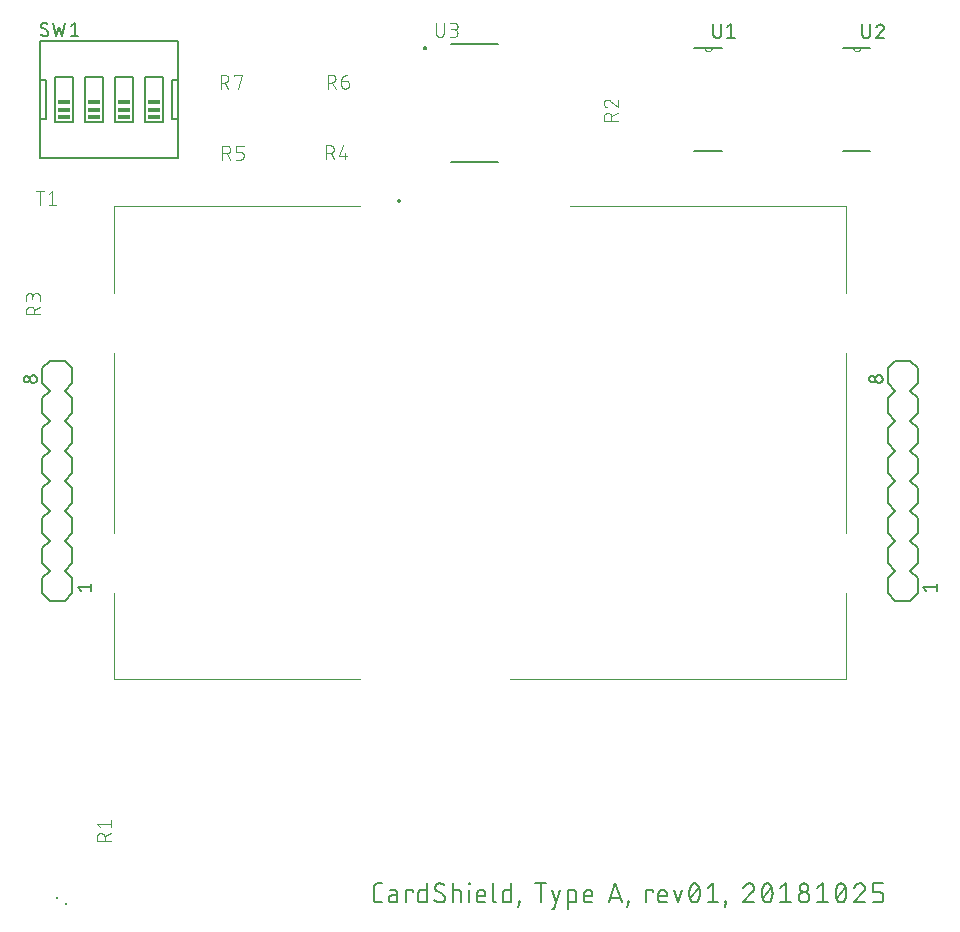
<source format=gbr>
G04 EAGLE Gerber RS-274X export*
G75*
%MOMM*%
%FSLAX34Y34*%
%LPD*%
%INSilkscreen Top*%
%IPPOS*%
%AMOC8*
5,1,8,0,0,1.08239X$1,22.5*%
G01*
%ADD10C,0.152400*%
%ADD11C,0.100000*%
%ADD12C,0.100000*%
%ADD13C,0.250000*%
%ADD14R,0.200000X0.200000*%
%ADD15C,0.101600*%
%ADD16C,0.127000*%
%ADD17R,1.016000X0.381000*%
%ADD18C,0.000000*%
%ADD19C,0.200000*%


D10*
X327987Y220762D02*
X324374Y220762D01*
X324256Y220764D01*
X324138Y220770D01*
X324020Y220779D01*
X323903Y220793D01*
X323786Y220810D01*
X323669Y220831D01*
X323554Y220856D01*
X323439Y220885D01*
X323325Y220918D01*
X323213Y220954D01*
X323102Y220994D01*
X322992Y221037D01*
X322883Y221084D01*
X322776Y221134D01*
X322671Y221189D01*
X322568Y221246D01*
X322467Y221307D01*
X322367Y221371D01*
X322270Y221438D01*
X322175Y221508D01*
X322083Y221582D01*
X321992Y221658D01*
X321905Y221738D01*
X321820Y221820D01*
X321738Y221905D01*
X321658Y221992D01*
X321582Y222083D01*
X321508Y222175D01*
X321438Y222270D01*
X321371Y222367D01*
X321307Y222467D01*
X321246Y222568D01*
X321189Y222671D01*
X321134Y222776D01*
X321084Y222883D01*
X321037Y222992D01*
X320994Y223102D01*
X320954Y223213D01*
X320918Y223325D01*
X320885Y223439D01*
X320856Y223554D01*
X320831Y223669D01*
X320810Y223786D01*
X320793Y223903D01*
X320779Y224020D01*
X320770Y224138D01*
X320764Y224256D01*
X320762Y224374D01*
X320762Y233406D01*
X320764Y233524D01*
X320770Y233642D01*
X320779Y233760D01*
X320793Y233877D01*
X320810Y233994D01*
X320831Y234111D01*
X320856Y234226D01*
X320885Y234341D01*
X320918Y234455D01*
X320954Y234567D01*
X320994Y234678D01*
X321037Y234788D01*
X321084Y234897D01*
X321134Y235004D01*
X321188Y235109D01*
X321246Y235212D01*
X321307Y235313D01*
X321371Y235413D01*
X321438Y235510D01*
X321508Y235605D01*
X321582Y235697D01*
X321658Y235788D01*
X321738Y235875D01*
X321820Y235960D01*
X321905Y236042D01*
X321992Y236122D01*
X322083Y236198D01*
X322175Y236272D01*
X322270Y236342D01*
X322367Y236409D01*
X322467Y236473D01*
X322568Y236534D01*
X322671Y236591D01*
X322776Y236645D01*
X322883Y236696D01*
X322992Y236743D01*
X323102Y236786D01*
X323213Y236826D01*
X323325Y236862D01*
X323439Y236895D01*
X323554Y236924D01*
X323669Y236949D01*
X323786Y236970D01*
X323903Y236987D01*
X324020Y237001D01*
X324138Y237010D01*
X324256Y237016D01*
X324374Y237018D01*
X327987Y237018D01*
X336776Y227084D02*
X340840Y227084D01*
X336776Y227084D02*
X336664Y227082D01*
X336553Y227076D01*
X336442Y227066D01*
X336331Y227053D01*
X336221Y227035D01*
X336112Y227013D01*
X336003Y226988D01*
X335895Y226959D01*
X335789Y226926D01*
X335683Y226889D01*
X335579Y226849D01*
X335477Y226805D01*
X335376Y226757D01*
X335277Y226706D01*
X335179Y226651D01*
X335084Y226593D01*
X334991Y226532D01*
X334900Y226467D01*
X334811Y226399D01*
X334725Y226328D01*
X334642Y226255D01*
X334561Y226178D01*
X334482Y226098D01*
X334407Y226016D01*
X334335Y225931D01*
X334265Y225844D01*
X334199Y225754D01*
X334136Y225662D01*
X334076Y225567D01*
X334020Y225471D01*
X333967Y225373D01*
X333918Y225273D01*
X333872Y225171D01*
X333830Y225068D01*
X333791Y224963D01*
X333756Y224857D01*
X333725Y224750D01*
X333698Y224642D01*
X333674Y224533D01*
X333655Y224423D01*
X333639Y224313D01*
X333627Y224202D01*
X333619Y224090D01*
X333615Y223979D01*
X333615Y223867D01*
X333619Y223756D01*
X333627Y223644D01*
X333639Y223533D01*
X333655Y223423D01*
X333674Y223313D01*
X333698Y223204D01*
X333725Y223096D01*
X333756Y222989D01*
X333791Y222883D01*
X333830Y222778D01*
X333872Y222675D01*
X333918Y222573D01*
X333967Y222473D01*
X334020Y222375D01*
X334076Y222279D01*
X334136Y222184D01*
X334199Y222092D01*
X334265Y222002D01*
X334335Y221915D01*
X334407Y221830D01*
X334482Y221748D01*
X334561Y221668D01*
X334642Y221591D01*
X334725Y221518D01*
X334811Y221447D01*
X334900Y221379D01*
X334991Y221314D01*
X335084Y221253D01*
X335179Y221195D01*
X335277Y221140D01*
X335376Y221089D01*
X335477Y221041D01*
X335579Y220997D01*
X335683Y220957D01*
X335789Y220920D01*
X335895Y220887D01*
X336003Y220858D01*
X336112Y220833D01*
X336221Y220811D01*
X336331Y220793D01*
X336442Y220780D01*
X336553Y220770D01*
X336664Y220764D01*
X336776Y220762D01*
X340840Y220762D01*
X340840Y228890D01*
X340838Y228991D01*
X340832Y229092D01*
X340823Y229193D01*
X340810Y229294D01*
X340793Y229394D01*
X340772Y229493D01*
X340748Y229591D01*
X340720Y229688D01*
X340688Y229785D01*
X340653Y229880D01*
X340614Y229973D01*
X340572Y230065D01*
X340526Y230156D01*
X340477Y230245D01*
X340425Y230331D01*
X340369Y230416D01*
X340311Y230499D01*
X340249Y230579D01*
X340184Y230657D01*
X340117Y230733D01*
X340047Y230806D01*
X339974Y230876D01*
X339898Y230943D01*
X339820Y231008D01*
X339740Y231070D01*
X339657Y231128D01*
X339572Y231184D01*
X339486Y231236D01*
X339397Y231285D01*
X339306Y231331D01*
X339214Y231373D01*
X339121Y231412D01*
X339026Y231447D01*
X338929Y231479D01*
X338832Y231507D01*
X338734Y231531D01*
X338635Y231552D01*
X338535Y231569D01*
X338434Y231582D01*
X338333Y231591D01*
X338232Y231597D01*
X338131Y231599D01*
X334518Y231599D01*
X348363Y231599D02*
X348363Y220762D01*
X348363Y231599D02*
X353781Y231599D01*
X353781Y229793D01*
X365850Y237018D02*
X365850Y220762D01*
X361335Y220762D01*
X361234Y220764D01*
X361133Y220770D01*
X361032Y220779D01*
X360931Y220792D01*
X360831Y220809D01*
X360732Y220830D01*
X360634Y220854D01*
X360537Y220882D01*
X360440Y220914D01*
X360345Y220949D01*
X360252Y220988D01*
X360160Y221030D01*
X360069Y221076D01*
X359981Y221125D01*
X359894Y221177D01*
X359809Y221233D01*
X359726Y221291D01*
X359646Y221353D01*
X359568Y221418D01*
X359492Y221485D01*
X359419Y221555D01*
X359349Y221628D01*
X359282Y221704D01*
X359217Y221782D01*
X359155Y221862D01*
X359097Y221945D01*
X359041Y222030D01*
X358989Y222117D01*
X358940Y222205D01*
X358894Y222296D01*
X358852Y222388D01*
X358813Y222481D01*
X358778Y222576D01*
X358746Y222673D01*
X358718Y222770D01*
X358694Y222868D01*
X358673Y222967D01*
X358656Y223067D01*
X358643Y223168D01*
X358634Y223269D01*
X358628Y223370D01*
X358626Y223471D01*
X358625Y223471D02*
X358625Y228890D01*
X358626Y228890D02*
X358628Y228991D01*
X358634Y229092D01*
X358643Y229193D01*
X358656Y229294D01*
X358673Y229394D01*
X358694Y229493D01*
X358718Y229591D01*
X358746Y229688D01*
X358778Y229785D01*
X358813Y229880D01*
X358852Y229973D01*
X358894Y230065D01*
X358940Y230156D01*
X358989Y230245D01*
X359041Y230331D01*
X359097Y230416D01*
X359155Y230499D01*
X359217Y230579D01*
X359282Y230657D01*
X359349Y230733D01*
X359419Y230806D01*
X359492Y230876D01*
X359568Y230943D01*
X359646Y231008D01*
X359726Y231070D01*
X359809Y231128D01*
X359894Y231184D01*
X359981Y231236D01*
X360069Y231285D01*
X360160Y231331D01*
X360252Y231373D01*
X360345Y231412D01*
X360440Y231447D01*
X360537Y231479D01*
X360634Y231507D01*
X360732Y231531D01*
X360831Y231552D01*
X360931Y231569D01*
X361032Y231582D01*
X361133Y231591D01*
X361234Y231597D01*
X361335Y231599D01*
X365850Y231599D01*
X377803Y220762D02*
X377921Y220764D01*
X378039Y220770D01*
X378157Y220779D01*
X378274Y220793D01*
X378391Y220810D01*
X378508Y220831D01*
X378623Y220856D01*
X378738Y220885D01*
X378852Y220918D01*
X378964Y220954D01*
X379075Y220994D01*
X379185Y221037D01*
X379294Y221084D01*
X379401Y221134D01*
X379506Y221189D01*
X379609Y221246D01*
X379710Y221307D01*
X379810Y221371D01*
X379907Y221438D01*
X380002Y221508D01*
X380094Y221582D01*
X380185Y221658D01*
X380272Y221738D01*
X380357Y221820D01*
X380439Y221905D01*
X380519Y221992D01*
X380595Y222083D01*
X380669Y222175D01*
X380739Y222270D01*
X380806Y222367D01*
X380870Y222467D01*
X380931Y222568D01*
X380988Y222671D01*
X381043Y222776D01*
X381093Y222883D01*
X381140Y222992D01*
X381183Y223102D01*
X381223Y223213D01*
X381259Y223325D01*
X381292Y223439D01*
X381321Y223554D01*
X381346Y223669D01*
X381367Y223786D01*
X381384Y223903D01*
X381398Y224020D01*
X381407Y224138D01*
X381413Y224256D01*
X381415Y224374D01*
X377803Y220762D02*
X377620Y220764D01*
X377438Y220771D01*
X377256Y220782D01*
X377074Y220797D01*
X376892Y220817D01*
X376711Y220840D01*
X376531Y220869D01*
X376351Y220901D01*
X376172Y220938D01*
X375995Y220979D01*
X375818Y221025D01*
X375642Y221074D01*
X375468Y221128D01*
X375294Y221186D01*
X375123Y221248D01*
X374953Y221314D01*
X374784Y221385D01*
X374617Y221459D01*
X374452Y221537D01*
X374289Y221619D01*
X374128Y221705D01*
X373969Y221795D01*
X373812Y221889D01*
X373658Y221986D01*
X373506Y222087D01*
X373356Y222192D01*
X373209Y222300D01*
X373065Y222411D01*
X372923Y222526D01*
X372784Y222645D01*
X372648Y222767D01*
X372515Y222892D01*
X372385Y223020D01*
X372836Y233406D02*
X372838Y233524D01*
X372844Y233642D01*
X372853Y233760D01*
X372867Y233877D01*
X372884Y233994D01*
X372905Y234111D01*
X372930Y234226D01*
X372959Y234341D01*
X372992Y234455D01*
X373028Y234567D01*
X373068Y234678D01*
X373111Y234788D01*
X373158Y234897D01*
X373208Y235004D01*
X373263Y235109D01*
X373320Y235212D01*
X373381Y235313D01*
X373445Y235413D01*
X373512Y235510D01*
X373582Y235605D01*
X373656Y235697D01*
X373732Y235788D01*
X373812Y235875D01*
X373894Y235960D01*
X373979Y236042D01*
X374066Y236122D01*
X374157Y236198D01*
X374249Y236272D01*
X374344Y236342D01*
X374441Y236409D01*
X374541Y236473D01*
X374642Y236534D01*
X374745Y236592D01*
X374850Y236646D01*
X374957Y236696D01*
X375066Y236743D01*
X375176Y236787D01*
X375287Y236826D01*
X375400Y236862D01*
X375513Y236895D01*
X375628Y236924D01*
X375743Y236949D01*
X375860Y236970D01*
X375977Y236987D01*
X376094Y237001D01*
X376212Y237010D01*
X376330Y237016D01*
X376448Y237018D01*
X376609Y237016D01*
X376771Y237010D01*
X376932Y237001D01*
X377093Y236987D01*
X377253Y236970D01*
X377413Y236949D01*
X377573Y236924D01*
X377732Y236895D01*
X377890Y236863D01*
X378047Y236827D01*
X378203Y236787D01*
X378359Y236743D01*
X378513Y236695D01*
X378666Y236644D01*
X378818Y236590D01*
X378969Y236531D01*
X379118Y236470D01*
X379265Y236404D01*
X379411Y236335D01*
X379556Y236263D01*
X379698Y236187D01*
X379839Y236108D01*
X379978Y236026D01*
X380114Y235940D01*
X380249Y235851D01*
X380382Y235759D01*
X380512Y235663D01*
X374642Y230245D02*
X374541Y230307D01*
X374441Y230372D01*
X374344Y230441D01*
X374249Y230513D01*
X374156Y230587D01*
X374066Y230665D01*
X373978Y230746D01*
X373893Y230829D01*
X373811Y230915D01*
X373732Y231004D01*
X373655Y231095D01*
X373582Y231189D01*
X373511Y231285D01*
X373444Y231383D01*
X373380Y231483D01*
X373319Y231586D01*
X373262Y231690D01*
X373208Y231796D01*
X373158Y231904D01*
X373111Y232013D01*
X373067Y232124D01*
X373027Y232236D01*
X372991Y232350D01*
X372959Y232464D01*
X372930Y232580D01*
X372905Y232696D01*
X372884Y232813D01*
X372867Y232931D01*
X372853Y233049D01*
X372844Y233168D01*
X372838Y233287D01*
X372836Y233406D01*
X379610Y227535D02*
X379711Y227473D01*
X379811Y227408D01*
X379908Y227339D01*
X380003Y227267D01*
X380096Y227193D01*
X380186Y227115D01*
X380274Y227034D01*
X380359Y226951D01*
X380441Y226865D01*
X380520Y226776D01*
X380597Y226685D01*
X380670Y226591D01*
X380741Y226495D01*
X380808Y226397D01*
X380872Y226297D01*
X380933Y226194D01*
X380990Y226090D01*
X381044Y225984D01*
X381094Y225876D01*
X381141Y225767D01*
X381185Y225656D01*
X381225Y225544D01*
X381261Y225430D01*
X381293Y225316D01*
X381322Y225200D01*
X381347Y225084D01*
X381368Y224967D01*
X381385Y224849D01*
X381399Y224731D01*
X381408Y224612D01*
X381414Y224493D01*
X381416Y224374D01*
X379609Y227535D02*
X374642Y230245D01*
X387877Y237018D02*
X387877Y220762D01*
X387877Y231599D02*
X392392Y231599D01*
X392496Y231597D01*
X392599Y231591D01*
X392703Y231581D01*
X392806Y231567D01*
X392908Y231549D01*
X393009Y231528D01*
X393110Y231502D01*
X393209Y231473D01*
X393308Y231440D01*
X393405Y231403D01*
X393500Y231362D01*
X393594Y231318D01*
X393686Y231270D01*
X393776Y231219D01*
X393865Y231164D01*
X393951Y231106D01*
X394034Y231044D01*
X394116Y230980D01*
X394194Y230912D01*
X394270Y230842D01*
X394344Y230769D01*
X394414Y230692D01*
X394482Y230614D01*
X394546Y230532D01*
X394608Y230449D01*
X394666Y230363D01*
X394721Y230274D01*
X394772Y230184D01*
X394820Y230092D01*
X394864Y229998D01*
X394905Y229903D01*
X394942Y229806D01*
X394975Y229707D01*
X395004Y229608D01*
X395030Y229507D01*
X395051Y229406D01*
X395069Y229304D01*
X395083Y229201D01*
X395093Y229097D01*
X395099Y228994D01*
X395101Y228890D01*
X395102Y228890D02*
X395102Y220762D01*
X401910Y220762D02*
X401910Y231599D01*
X401458Y236115D02*
X401458Y237018D01*
X402362Y237018D01*
X402362Y236115D01*
X401458Y236115D01*
X410907Y220762D02*
X415422Y220762D01*
X410907Y220762D02*
X410806Y220764D01*
X410705Y220770D01*
X410604Y220779D01*
X410503Y220792D01*
X410403Y220809D01*
X410304Y220830D01*
X410206Y220854D01*
X410109Y220882D01*
X410012Y220914D01*
X409917Y220949D01*
X409824Y220988D01*
X409732Y221030D01*
X409641Y221076D01*
X409553Y221125D01*
X409466Y221177D01*
X409381Y221233D01*
X409298Y221291D01*
X409218Y221353D01*
X409140Y221418D01*
X409064Y221485D01*
X408991Y221555D01*
X408921Y221628D01*
X408854Y221704D01*
X408789Y221782D01*
X408727Y221862D01*
X408669Y221945D01*
X408613Y222030D01*
X408561Y222117D01*
X408512Y222205D01*
X408466Y222296D01*
X408424Y222388D01*
X408385Y222481D01*
X408350Y222576D01*
X408318Y222673D01*
X408290Y222770D01*
X408266Y222868D01*
X408245Y222967D01*
X408228Y223067D01*
X408215Y223168D01*
X408206Y223269D01*
X408200Y223370D01*
X408198Y223471D01*
X408197Y223471D02*
X408197Y227987D01*
X408198Y227987D02*
X408200Y228106D01*
X408206Y228226D01*
X408216Y228345D01*
X408230Y228463D01*
X408247Y228582D01*
X408269Y228699D01*
X408294Y228816D01*
X408324Y228931D01*
X408357Y229046D01*
X408394Y229160D01*
X408434Y229272D01*
X408479Y229383D01*
X408527Y229492D01*
X408578Y229600D01*
X408633Y229706D01*
X408692Y229810D01*
X408754Y229912D01*
X408819Y230012D01*
X408888Y230110D01*
X408960Y230206D01*
X409035Y230299D01*
X409112Y230389D01*
X409193Y230477D01*
X409277Y230562D01*
X409364Y230644D01*
X409453Y230724D01*
X409545Y230800D01*
X409639Y230874D01*
X409736Y230944D01*
X409834Y231011D01*
X409935Y231075D01*
X410039Y231135D01*
X410144Y231192D01*
X410251Y231245D01*
X410359Y231295D01*
X410469Y231341D01*
X410581Y231383D01*
X410694Y231422D01*
X410808Y231457D01*
X410923Y231488D01*
X411040Y231516D01*
X411157Y231539D01*
X411274Y231559D01*
X411393Y231575D01*
X411512Y231587D01*
X411631Y231595D01*
X411750Y231599D01*
X411870Y231599D01*
X411989Y231595D01*
X412108Y231587D01*
X412227Y231575D01*
X412346Y231559D01*
X412463Y231539D01*
X412580Y231516D01*
X412697Y231488D01*
X412812Y231457D01*
X412926Y231422D01*
X413039Y231383D01*
X413151Y231341D01*
X413261Y231295D01*
X413369Y231245D01*
X413476Y231192D01*
X413581Y231135D01*
X413685Y231075D01*
X413786Y231011D01*
X413884Y230944D01*
X413981Y230874D01*
X414075Y230800D01*
X414167Y230724D01*
X414256Y230644D01*
X414343Y230562D01*
X414427Y230477D01*
X414508Y230389D01*
X414585Y230299D01*
X414660Y230206D01*
X414732Y230110D01*
X414801Y230012D01*
X414866Y229912D01*
X414928Y229810D01*
X414987Y229706D01*
X415042Y229600D01*
X415093Y229492D01*
X415141Y229383D01*
X415186Y229272D01*
X415226Y229160D01*
X415263Y229046D01*
X415296Y228931D01*
X415326Y228816D01*
X415351Y228699D01*
X415373Y228582D01*
X415390Y228463D01*
X415404Y228345D01*
X415414Y228226D01*
X415420Y228106D01*
X415422Y227987D01*
X415422Y226181D01*
X408197Y226181D01*
X421981Y223471D02*
X421981Y237018D01*
X421982Y223471D02*
X421984Y223370D01*
X421990Y223269D01*
X421999Y223168D01*
X422012Y223067D01*
X422029Y222967D01*
X422050Y222868D01*
X422074Y222770D01*
X422102Y222673D01*
X422134Y222576D01*
X422169Y222481D01*
X422208Y222388D01*
X422250Y222296D01*
X422296Y222205D01*
X422345Y222117D01*
X422397Y222030D01*
X422453Y221945D01*
X422511Y221862D01*
X422573Y221782D01*
X422638Y221704D01*
X422705Y221628D01*
X422775Y221555D01*
X422848Y221485D01*
X422924Y221418D01*
X423002Y221353D01*
X423082Y221291D01*
X423165Y221233D01*
X423250Y221177D01*
X423337Y221125D01*
X423425Y221076D01*
X423516Y221030D01*
X423608Y220988D01*
X423701Y220949D01*
X423796Y220914D01*
X423893Y220882D01*
X423990Y220854D01*
X424088Y220830D01*
X424187Y220809D01*
X424287Y220792D01*
X424388Y220779D01*
X424489Y220770D01*
X424590Y220764D01*
X424691Y220762D01*
X437233Y220762D02*
X437233Y237018D01*
X437233Y220762D02*
X432717Y220762D01*
X432616Y220764D01*
X432515Y220770D01*
X432414Y220779D01*
X432313Y220792D01*
X432213Y220809D01*
X432114Y220830D01*
X432016Y220854D01*
X431919Y220882D01*
X431822Y220914D01*
X431727Y220949D01*
X431634Y220988D01*
X431542Y221030D01*
X431451Y221076D01*
X431363Y221125D01*
X431276Y221177D01*
X431191Y221233D01*
X431108Y221291D01*
X431028Y221353D01*
X430950Y221418D01*
X430874Y221485D01*
X430801Y221555D01*
X430731Y221628D01*
X430664Y221704D01*
X430599Y221782D01*
X430537Y221862D01*
X430479Y221945D01*
X430423Y222030D01*
X430371Y222117D01*
X430322Y222205D01*
X430276Y222296D01*
X430234Y222388D01*
X430195Y222481D01*
X430160Y222576D01*
X430128Y222673D01*
X430100Y222770D01*
X430076Y222868D01*
X430055Y222967D01*
X430038Y223067D01*
X430025Y223168D01*
X430016Y223269D01*
X430010Y223370D01*
X430008Y223471D01*
X430008Y228890D01*
X430010Y228991D01*
X430016Y229092D01*
X430025Y229193D01*
X430038Y229294D01*
X430055Y229394D01*
X430076Y229493D01*
X430100Y229591D01*
X430128Y229688D01*
X430160Y229785D01*
X430195Y229880D01*
X430234Y229973D01*
X430276Y230065D01*
X430322Y230156D01*
X430371Y230245D01*
X430423Y230331D01*
X430479Y230416D01*
X430537Y230499D01*
X430599Y230579D01*
X430664Y230657D01*
X430731Y230733D01*
X430801Y230806D01*
X430874Y230876D01*
X430950Y230943D01*
X431028Y231008D01*
X431108Y231070D01*
X431191Y231128D01*
X431276Y231184D01*
X431363Y231236D01*
X431451Y231285D01*
X431542Y231331D01*
X431634Y231373D01*
X431727Y231412D01*
X431822Y231447D01*
X431919Y231479D01*
X432016Y231507D01*
X432114Y231531D01*
X432213Y231552D01*
X432313Y231569D01*
X432414Y231582D01*
X432515Y231591D01*
X432616Y231597D01*
X432717Y231599D01*
X437233Y231599D01*
X443609Y220762D02*
X444512Y220762D01*
X443609Y220762D02*
X443609Y221665D01*
X444512Y221665D01*
X444512Y220762D01*
X443158Y217150D01*
X462351Y220762D02*
X462351Y237018D01*
X466866Y237018D02*
X457835Y237018D01*
X471764Y215343D02*
X473571Y215343D01*
X478989Y231599D01*
X471764Y231599D02*
X475377Y220762D01*
X485385Y215343D02*
X485385Y231599D01*
X489900Y231599D01*
X490004Y231597D01*
X490107Y231591D01*
X490211Y231581D01*
X490314Y231567D01*
X490416Y231549D01*
X490517Y231528D01*
X490618Y231502D01*
X490717Y231473D01*
X490816Y231440D01*
X490913Y231403D01*
X491008Y231362D01*
X491102Y231318D01*
X491194Y231270D01*
X491284Y231219D01*
X491373Y231164D01*
X491459Y231106D01*
X491542Y231044D01*
X491624Y230980D01*
X491702Y230912D01*
X491778Y230842D01*
X491852Y230769D01*
X491922Y230692D01*
X491990Y230614D01*
X492054Y230532D01*
X492116Y230449D01*
X492174Y230363D01*
X492229Y230274D01*
X492280Y230184D01*
X492328Y230092D01*
X492372Y229998D01*
X492413Y229903D01*
X492450Y229806D01*
X492483Y229707D01*
X492512Y229608D01*
X492538Y229507D01*
X492559Y229406D01*
X492577Y229304D01*
X492591Y229201D01*
X492601Y229097D01*
X492607Y228994D01*
X492609Y228890D01*
X492609Y223471D01*
X492607Y223370D01*
X492601Y223269D01*
X492592Y223168D01*
X492579Y223067D01*
X492562Y222967D01*
X492541Y222868D01*
X492517Y222770D01*
X492489Y222673D01*
X492457Y222576D01*
X492422Y222481D01*
X492383Y222388D01*
X492341Y222296D01*
X492295Y222205D01*
X492246Y222116D01*
X492194Y222030D01*
X492138Y221945D01*
X492080Y221862D01*
X492018Y221782D01*
X491953Y221704D01*
X491886Y221628D01*
X491816Y221555D01*
X491743Y221485D01*
X491667Y221418D01*
X491589Y221353D01*
X491509Y221291D01*
X491426Y221233D01*
X491341Y221177D01*
X491255Y221125D01*
X491166Y221076D01*
X491075Y221030D01*
X490983Y220988D01*
X490890Y220949D01*
X490795Y220914D01*
X490698Y220882D01*
X490601Y220854D01*
X490503Y220830D01*
X490404Y220809D01*
X490304Y220792D01*
X490203Y220779D01*
X490102Y220770D01*
X490001Y220764D01*
X489900Y220762D01*
X485385Y220762D01*
X501568Y220762D02*
X506083Y220762D01*
X501568Y220762D02*
X501467Y220764D01*
X501366Y220770D01*
X501265Y220779D01*
X501164Y220792D01*
X501064Y220809D01*
X500965Y220830D01*
X500867Y220854D01*
X500770Y220882D01*
X500673Y220914D01*
X500578Y220949D01*
X500485Y220988D01*
X500393Y221030D01*
X500302Y221076D01*
X500214Y221125D01*
X500127Y221177D01*
X500042Y221233D01*
X499959Y221291D01*
X499879Y221353D01*
X499801Y221418D01*
X499725Y221485D01*
X499652Y221555D01*
X499582Y221628D01*
X499515Y221704D01*
X499450Y221782D01*
X499388Y221862D01*
X499330Y221945D01*
X499274Y222030D01*
X499222Y222117D01*
X499173Y222205D01*
X499127Y222296D01*
X499085Y222388D01*
X499046Y222481D01*
X499011Y222576D01*
X498979Y222673D01*
X498951Y222770D01*
X498927Y222868D01*
X498906Y222967D01*
X498889Y223067D01*
X498876Y223168D01*
X498867Y223269D01*
X498861Y223370D01*
X498859Y223471D01*
X498858Y223471D02*
X498858Y227987D01*
X498859Y227987D02*
X498861Y228106D01*
X498867Y228226D01*
X498877Y228345D01*
X498891Y228463D01*
X498908Y228582D01*
X498930Y228699D01*
X498955Y228816D01*
X498985Y228931D01*
X499018Y229046D01*
X499055Y229160D01*
X499095Y229272D01*
X499140Y229383D01*
X499188Y229492D01*
X499239Y229600D01*
X499294Y229706D01*
X499353Y229810D01*
X499415Y229912D01*
X499480Y230012D01*
X499549Y230110D01*
X499621Y230206D01*
X499696Y230299D01*
X499773Y230389D01*
X499854Y230477D01*
X499938Y230562D01*
X500025Y230644D01*
X500114Y230724D01*
X500206Y230800D01*
X500300Y230874D01*
X500397Y230944D01*
X500495Y231011D01*
X500596Y231075D01*
X500700Y231135D01*
X500805Y231192D01*
X500912Y231245D01*
X501020Y231295D01*
X501130Y231341D01*
X501242Y231383D01*
X501355Y231422D01*
X501469Y231457D01*
X501584Y231488D01*
X501701Y231516D01*
X501818Y231539D01*
X501935Y231559D01*
X502054Y231575D01*
X502173Y231587D01*
X502292Y231595D01*
X502411Y231599D01*
X502531Y231599D01*
X502650Y231595D01*
X502769Y231587D01*
X502888Y231575D01*
X503007Y231559D01*
X503124Y231539D01*
X503241Y231516D01*
X503358Y231488D01*
X503473Y231457D01*
X503587Y231422D01*
X503700Y231383D01*
X503812Y231341D01*
X503922Y231295D01*
X504030Y231245D01*
X504137Y231192D01*
X504242Y231135D01*
X504346Y231075D01*
X504447Y231011D01*
X504545Y230944D01*
X504642Y230874D01*
X504736Y230800D01*
X504828Y230724D01*
X504917Y230644D01*
X505004Y230562D01*
X505088Y230477D01*
X505169Y230389D01*
X505246Y230299D01*
X505321Y230206D01*
X505393Y230110D01*
X505462Y230012D01*
X505527Y229912D01*
X505589Y229810D01*
X505648Y229706D01*
X505703Y229600D01*
X505754Y229492D01*
X505802Y229383D01*
X505847Y229272D01*
X505887Y229160D01*
X505924Y229046D01*
X505957Y228931D01*
X505987Y228816D01*
X506012Y228699D01*
X506034Y228582D01*
X506051Y228463D01*
X506065Y228345D01*
X506075Y228226D01*
X506081Y228106D01*
X506083Y227987D01*
X506083Y226181D01*
X498858Y226181D01*
X519978Y220762D02*
X525397Y237018D01*
X530815Y220762D01*
X529461Y224826D02*
X521333Y224826D01*
X535834Y220762D02*
X536737Y220762D01*
X535834Y220762D02*
X535834Y221665D01*
X536737Y221665D01*
X536737Y220762D01*
X535382Y217150D01*
X551568Y220762D02*
X551568Y231599D01*
X556987Y231599D01*
X556987Y229793D01*
X564614Y220762D02*
X569129Y220762D01*
X564614Y220762D02*
X564513Y220764D01*
X564412Y220770D01*
X564311Y220779D01*
X564210Y220792D01*
X564110Y220809D01*
X564011Y220830D01*
X563913Y220854D01*
X563816Y220882D01*
X563719Y220914D01*
X563624Y220949D01*
X563531Y220988D01*
X563439Y221030D01*
X563348Y221076D01*
X563260Y221125D01*
X563173Y221177D01*
X563088Y221233D01*
X563005Y221291D01*
X562925Y221353D01*
X562847Y221418D01*
X562771Y221485D01*
X562698Y221555D01*
X562628Y221628D01*
X562561Y221704D01*
X562496Y221782D01*
X562434Y221862D01*
X562376Y221945D01*
X562320Y222030D01*
X562268Y222117D01*
X562219Y222205D01*
X562173Y222296D01*
X562131Y222388D01*
X562092Y222481D01*
X562057Y222576D01*
X562025Y222673D01*
X561997Y222770D01*
X561973Y222868D01*
X561952Y222967D01*
X561935Y223067D01*
X561922Y223168D01*
X561913Y223269D01*
X561907Y223370D01*
X561905Y223471D01*
X561904Y223471D02*
X561904Y227987D01*
X561905Y227987D02*
X561907Y228106D01*
X561913Y228226D01*
X561923Y228345D01*
X561937Y228463D01*
X561954Y228582D01*
X561976Y228699D01*
X562001Y228816D01*
X562031Y228931D01*
X562064Y229046D01*
X562101Y229160D01*
X562141Y229272D01*
X562186Y229383D01*
X562234Y229492D01*
X562285Y229600D01*
X562340Y229706D01*
X562399Y229810D01*
X562461Y229912D01*
X562526Y230012D01*
X562595Y230110D01*
X562667Y230206D01*
X562742Y230299D01*
X562819Y230389D01*
X562900Y230477D01*
X562984Y230562D01*
X563071Y230644D01*
X563160Y230724D01*
X563252Y230800D01*
X563346Y230874D01*
X563443Y230944D01*
X563541Y231011D01*
X563642Y231075D01*
X563746Y231135D01*
X563851Y231192D01*
X563958Y231245D01*
X564066Y231295D01*
X564176Y231341D01*
X564288Y231383D01*
X564401Y231422D01*
X564515Y231457D01*
X564630Y231488D01*
X564747Y231516D01*
X564864Y231539D01*
X564981Y231559D01*
X565100Y231575D01*
X565219Y231587D01*
X565338Y231595D01*
X565457Y231599D01*
X565577Y231599D01*
X565696Y231595D01*
X565815Y231587D01*
X565934Y231575D01*
X566053Y231559D01*
X566170Y231539D01*
X566287Y231516D01*
X566404Y231488D01*
X566519Y231457D01*
X566633Y231422D01*
X566746Y231383D01*
X566858Y231341D01*
X566968Y231295D01*
X567076Y231245D01*
X567183Y231192D01*
X567288Y231135D01*
X567392Y231075D01*
X567493Y231011D01*
X567591Y230944D01*
X567688Y230874D01*
X567782Y230800D01*
X567874Y230724D01*
X567963Y230644D01*
X568050Y230562D01*
X568134Y230477D01*
X568215Y230389D01*
X568292Y230299D01*
X568367Y230206D01*
X568439Y230110D01*
X568508Y230012D01*
X568573Y229912D01*
X568635Y229810D01*
X568694Y229706D01*
X568749Y229600D01*
X568800Y229492D01*
X568848Y229383D01*
X568893Y229272D01*
X568933Y229160D01*
X568970Y229046D01*
X569003Y228931D01*
X569033Y228816D01*
X569058Y228699D01*
X569080Y228582D01*
X569097Y228463D01*
X569111Y228345D01*
X569121Y228226D01*
X569127Y228106D01*
X569129Y227987D01*
X569129Y226181D01*
X561904Y226181D01*
X574930Y231599D02*
X578543Y220762D01*
X582155Y231599D01*
X588095Y228890D02*
X588099Y229210D01*
X588110Y229529D01*
X588129Y229849D01*
X588156Y230167D01*
X588190Y230485D01*
X588232Y230802D01*
X588282Y231118D01*
X588339Y231433D01*
X588403Y231746D01*
X588475Y232058D01*
X588554Y232368D01*
X588641Y232675D01*
X588735Y232981D01*
X588836Y233284D01*
X588945Y233585D01*
X589060Y233883D01*
X589183Y234179D01*
X589313Y234471D01*
X589450Y234760D01*
X589450Y234761D02*
X589489Y234869D01*
X589532Y234976D01*
X589578Y235081D01*
X589629Y235185D01*
X589682Y235287D01*
X589739Y235387D01*
X589800Y235485D01*
X589864Y235580D01*
X589931Y235674D01*
X590002Y235765D01*
X590075Y235854D01*
X590152Y235940D01*
X590231Y236023D01*
X590313Y236104D01*
X590398Y236182D01*
X590486Y236256D01*
X590576Y236328D01*
X590668Y236396D01*
X590763Y236462D01*
X590860Y236524D01*
X590959Y236582D01*
X591061Y236638D01*
X591163Y236689D01*
X591268Y236737D01*
X591374Y236782D01*
X591482Y236823D01*
X591591Y236860D01*
X591701Y236893D01*
X591813Y236922D01*
X591925Y236948D01*
X592038Y236970D01*
X592152Y236987D01*
X592266Y237001D01*
X592381Y237011D01*
X592496Y237017D01*
X592611Y237019D01*
X592611Y237018D02*
X592726Y237016D01*
X592841Y237010D01*
X592956Y237000D01*
X593070Y236986D01*
X593184Y236969D01*
X593297Y236947D01*
X593409Y236921D01*
X593521Y236892D01*
X593631Y236859D01*
X593740Y236822D01*
X593848Y236781D01*
X593954Y236736D01*
X594059Y236688D01*
X594161Y236637D01*
X594262Y236581D01*
X594362Y236523D01*
X594459Y236461D01*
X594553Y236396D01*
X594646Y236327D01*
X594736Y236255D01*
X594824Y236181D01*
X594909Y236103D01*
X594991Y236022D01*
X595070Y235939D01*
X595147Y235853D01*
X595220Y235764D01*
X595291Y235673D01*
X595358Y235579D01*
X595422Y235484D01*
X595483Y235386D01*
X595540Y235286D01*
X595593Y235184D01*
X595644Y235080D01*
X595690Y234975D01*
X595733Y234868D01*
X595772Y234760D01*
X595771Y234760D02*
X595908Y234471D01*
X596038Y234179D01*
X596161Y233883D01*
X596276Y233585D01*
X596385Y233284D01*
X596486Y232981D01*
X596580Y232675D01*
X596667Y232368D01*
X596746Y232058D01*
X596818Y231746D01*
X596882Y231433D01*
X596939Y231118D01*
X596989Y230802D01*
X597031Y230485D01*
X597065Y230167D01*
X597092Y229849D01*
X597111Y229529D01*
X597122Y229210D01*
X597126Y228890D01*
X588096Y228890D02*
X588100Y228570D01*
X588111Y228251D01*
X588130Y227931D01*
X588157Y227613D01*
X588191Y227295D01*
X588233Y226978D01*
X588283Y226662D01*
X588340Y226347D01*
X588404Y226034D01*
X588476Y225722D01*
X588555Y225412D01*
X588642Y225105D01*
X588736Y224799D01*
X588837Y224496D01*
X588946Y224195D01*
X589061Y223897D01*
X589184Y223601D01*
X589314Y223309D01*
X589451Y223020D01*
X589450Y223020D02*
X589489Y222912D01*
X589532Y222805D01*
X589578Y222700D01*
X589629Y222596D01*
X589682Y222494D01*
X589739Y222394D01*
X589800Y222296D01*
X589864Y222201D01*
X589931Y222107D01*
X590002Y222016D01*
X590075Y221927D01*
X590152Y221841D01*
X590231Y221758D01*
X590313Y221677D01*
X590398Y221599D01*
X590486Y221525D01*
X590576Y221453D01*
X590669Y221384D01*
X590763Y221319D01*
X590860Y221257D01*
X590960Y221199D01*
X591061Y221143D01*
X591163Y221092D01*
X591268Y221044D01*
X591374Y220999D01*
X591482Y220958D01*
X591591Y220921D01*
X591701Y220888D01*
X591813Y220859D01*
X591925Y220833D01*
X592038Y220811D01*
X592152Y220794D01*
X592266Y220780D01*
X592381Y220770D01*
X592496Y220764D01*
X592611Y220762D01*
X595771Y223020D02*
X595908Y223309D01*
X596038Y223601D01*
X596161Y223897D01*
X596276Y224195D01*
X596385Y224496D01*
X596486Y224799D01*
X596580Y225105D01*
X596667Y225412D01*
X596746Y225722D01*
X596818Y226034D01*
X596882Y226347D01*
X596939Y226662D01*
X596989Y226978D01*
X597031Y227295D01*
X597065Y227613D01*
X597092Y227931D01*
X597111Y228251D01*
X597122Y228570D01*
X597126Y228890D01*
X595772Y223020D02*
X595733Y222912D01*
X595690Y222805D01*
X595644Y222700D01*
X595593Y222596D01*
X595540Y222494D01*
X595483Y222394D01*
X595422Y222296D01*
X595358Y222201D01*
X595291Y222107D01*
X595220Y222016D01*
X595147Y221927D01*
X595070Y221841D01*
X594991Y221758D01*
X594909Y221677D01*
X594824Y221599D01*
X594736Y221525D01*
X594646Y221453D01*
X594553Y221384D01*
X594459Y221319D01*
X594362Y221257D01*
X594262Y221199D01*
X594161Y221143D01*
X594058Y221092D01*
X593954Y221044D01*
X593848Y220999D01*
X593740Y220958D01*
X593631Y220921D01*
X593521Y220888D01*
X593409Y220859D01*
X593297Y220833D01*
X593184Y220811D01*
X593070Y220794D01*
X592956Y220780D01*
X592841Y220770D01*
X592726Y220764D01*
X592611Y220762D01*
X588998Y224374D02*
X596223Y233406D01*
X603726Y233406D02*
X608242Y237018D01*
X608242Y220762D01*
X603726Y220762D02*
X612758Y220762D01*
X618679Y220762D02*
X619582Y220762D01*
X618679Y220762D02*
X618679Y221665D01*
X619582Y221665D01*
X619582Y220762D01*
X618227Y217150D01*
X638914Y237018D02*
X639039Y237016D01*
X639164Y237010D01*
X639289Y237001D01*
X639413Y236987D01*
X639537Y236970D01*
X639661Y236949D01*
X639783Y236924D01*
X639905Y236895D01*
X640026Y236863D01*
X640146Y236827D01*
X640265Y236787D01*
X640382Y236744D01*
X640498Y236697D01*
X640613Y236646D01*
X640725Y236592D01*
X640837Y236534D01*
X640946Y236474D01*
X641053Y236409D01*
X641159Y236342D01*
X641262Y236271D01*
X641363Y236197D01*
X641462Y236120D01*
X641558Y236040D01*
X641652Y235957D01*
X641743Y235872D01*
X641832Y235783D01*
X641917Y235692D01*
X642000Y235598D01*
X642080Y235502D01*
X642157Y235403D01*
X642231Y235302D01*
X642302Y235199D01*
X642369Y235093D01*
X642434Y234986D01*
X642494Y234877D01*
X642552Y234765D01*
X642606Y234653D01*
X642657Y234538D01*
X642704Y234422D01*
X642747Y234305D01*
X642787Y234186D01*
X642823Y234066D01*
X642855Y233945D01*
X642884Y233823D01*
X642909Y233701D01*
X642930Y233577D01*
X642947Y233453D01*
X642961Y233329D01*
X642970Y233204D01*
X642976Y233079D01*
X642978Y232954D01*
X638914Y237018D02*
X638771Y237016D01*
X638629Y237010D01*
X638486Y237000D01*
X638344Y236987D01*
X638203Y236969D01*
X638061Y236948D01*
X637921Y236923D01*
X637781Y236894D01*
X637642Y236861D01*
X637504Y236824D01*
X637367Y236784D01*
X637232Y236740D01*
X637097Y236692D01*
X636964Y236640D01*
X636832Y236585D01*
X636702Y236526D01*
X636574Y236464D01*
X636447Y236398D01*
X636322Y236329D01*
X636199Y236257D01*
X636079Y236181D01*
X635960Y236102D01*
X635843Y236019D01*
X635729Y235934D01*
X635617Y235845D01*
X635508Y235754D01*
X635401Y235659D01*
X635296Y235562D01*
X635195Y235461D01*
X635096Y235358D01*
X635000Y235253D01*
X634907Y235144D01*
X634817Y235033D01*
X634730Y234920D01*
X634646Y234805D01*
X634566Y234687D01*
X634488Y234567D01*
X634414Y234445D01*
X634344Y234321D01*
X634276Y234195D01*
X634213Y234067D01*
X634152Y233938D01*
X634095Y233807D01*
X634042Y233675D01*
X633993Y233541D01*
X633947Y233406D01*
X641623Y229793D02*
X641717Y229885D01*
X641807Y229979D01*
X641895Y230076D01*
X641980Y230176D01*
X642062Y230278D01*
X642141Y230383D01*
X642216Y230490D01*
X642288Y230599D01*
X642357Y230710D01*
X642423Y230824D01*
X642485Y230939D01*
X642544Y231056D01*
X642599Y231175D01*
X642650Y231295D01*
X642698Y231417D01*
X642743Y231540D01*
X642783Y231664D01*
X642820Y231790D01*
X642853Y231917D01*
X642882Y232044D01*
X642908Y232173D01*
X642929Y232302D01*
X642947Y232432D01*
X642960Y232562D01*
X642970Y232692D01*
X642976Y232823D01*
X642978Y232954D01*
X641623Y229793D02*
X633947Y220762D01*
X642978Y220762D01*
X649578Y228890D02*
X649582Y229210D01*
X649593Y229529D01*
X649612Y229849D01*
X649639Y230167D01*
X649673Y230485D01*
X649715Y230802D01*
X649765Y231118D01*
X649822Y231433D01*
X649886Y231746D01*
X649958Y232058D01*
X650037Y232368D01*
X650124Y232675D01*
X650218Y232981D01*
X650319Y233284D01*
X650428Y233585D01*
X650543Y233883D01*
X650666Y234179D01*
X650796Y234471D01*
X650933Y234760D01*
X650933Y234761D02*
X650972Y234869D01*
X651015Y234976D01*
X651061Y235081D01*
X651112Y235185D01*
X651165Y235287D01*
X651222Y235387D01*
X651283Y235485D01*
X651347Y235580D01*
X651414Y235674D01*
X651485Y235765D01*
X651558Y235854D01*
X651635Y235940D01*
X651714Y236023D01*
X651796Y236104D01*
X651881Y236182D01*
X651969Y236256D01*
X652059Y236328D01*
X652151Y236396D01*
X652246Y236462D01*
X652343Y236524D01*
X652442Y236582D01*
X652544Y236638D01*
X652646Y236689D01*
X652751Y236737D01*
X652857Y236782D01*
X652965Y236823D01*
X653074Y236860D01*
X653184Y236893D01*
X653296Y236922D01*
X653408Y236948D01*
X653521Y236970D01*
X653635Y236987D01*
X653749Y237001D01*
X653864Y237011D01*
X653979Y237017D01*
X654094Y237019D01*
X654094Y237018D02*
X654209Y237016D01*
X654324Y237010D01*
X654439Y237000D01*
X654553Y236986D01*
X654667Y236969D01*
X654780Y236947D01*
X654892Y236921D01*
X655004Y236892D01*
X655114Y236859D01*
X655223Y236822D01*
X655331Y236781D01*
X655437Y236736D01*
X655542Y236688D01*
X655644Y236637D01*
X655745Y236581D01*
X655845Y236523D01*
X655942Y236461D01*
X656036Y236396D01*
X656129Y236327D01*
X656219Y236255D01*
X656307Y236181D01*
X656392Y236103D01*
X656474Y236022D01*
X656553Y235939D01*
X656630Y235853D01*
X656703Y235764D01*
X656774Y235673D01*
X656841Y235579D01*
X656905Y235484D01*
X656966Y235386D01*
X657023Y235286D01*
X657076Y235184D01*
X657127Y235080D01*
X657173Y234975D01*
X657216Y234868D01*
X657255Y234760D01*
X657254Y234760D02*
X657391Y234471D01*
X657521Y234179D01*
X657644Y233883D01*
X657759Y233585D01*
X657868Y233284D01*
X657969Y232981D01*
X658063Y232675D01*
X658150Y232368D01*
X658229Y232058D01*
X658301Y231746D01*
X658365Y231433D01*
X658422Y231118D01*
X658472Y230802D01*
X658514Y230485D01*
X658548Y230167D01*
X658575Y229849D01*
X658594Y229529D01*
X658605Y229210D01*
X658609Y228890D01*
X649578Y228890D02*
X649582Y228570D01*
X649593Y228251D01*
X649612Y227931D01*
X649639Y227613D01*
X649673Y227295D01*
X649715Y226978D01*
X649765Y226662D01*
X649822Y226347D01*
X649886Y226034D01*
X649958Y225722D01*
X650037Y225412D01*
X650124Y225105D01*
X650218Y224799D01*
X650319Y224496D01*
X650428Y224195D01*
X650543Y223897D01*
X650666Y223601D01*
X650796Y223309D01*
X650933Y223020D01*
X650972Y222912D01*
X651015Y222805D01*
X651061Y222700D01*
X651112Y222596D01*
X651165Y222494D01*
X651222Y222394D01*
X651283Y222296D01*
X651347Y222201D01*
X651414Y222107D01*
X651485Y222016D01*
X651558Y221927D01*
X651635Y221841D01*
X651714Y221758D01*
X651796Y221677D01*
X651881Y221599D01*
X651969Y221525D01*
X652059Y221453D01*
X652152Y221384D01*
X652246Y221319D01*
X652343Y221257D01*
X652443Y221199D01*
X652544Y221143D01*
X652646Y221092D01*
X652751Y221044D01*
X652857Y220999D01*
X652965Y220958D01*
X653074Y220921D01*
X653184Y220888D01*
X653296Y220859D01*
X653408Y220833D01*
X653521Y220811D01*
X653635Y220794D01*
X653749Y220780D01*
X653864Y220770D01*
X653979Y220764D01*
X654094Y220762D01*
X657254Y223020D02*
X657391Y223309D01*
X657521Y223601D01*
X657644Y223897D01*
X657759Y224195D01*
X657868Y224496D01*
X657969Y224799D01*
X658063Y225105D01*
X658150Y225412D01*
X658229Y225722D01*
X658301Y226034D01*
X658365Y226347D01*
X658422Y226662D01*
X658472Y226978D01*
X658514Y227295D01*
X658548Y227613D01*
X658575Y227931D01*
X658594Y228251D01*
X658605Y228570D01*
X658609Y228890D01*
X657255Y223020D02*
X657216Y222912D01*
X657173Y222805D01*
X657127Y222700D01*
X657076Y222596D01*
X657023Y222494D01*
X656966Y222394D01*
X656905Y222296D01*
X656841Y222201D01*
X656774Y222107D01*
X656703Y222016D01*
X656630Y221927D01*
X656553Y221841D01*
X656474Y221758D01*
X656392Y221677D01*
X656307Y221599D01*
X656219Y221525D01*
X656129Y221453D01*
X656036Y221384D01*
X655942Y221319D01*
X655845Y221257D01*
X655745Y221199D01*
X655644Y221143D01*
X655541Y221092D01*
X655437Y221044D01*
X655331Y220999D01*
X655223Y220958D01*
X655114Y220921D01*
X655004Y220888D01*
X654892Y220859D01*
X654780Y220833D01*
X654667Y220811D01*
X654553Y220794D01*
X654439Y220780D01*
X654324Y220770D01*
X654209Y220764D01*
X654094Y220762D01*
X650481Y224374D02*
X657706Y233406D01*
X665209Y233406D02*
X669725Y237018D01*
X669725Y220762D01*
X674240Y220762D02*
X665209Y220762D01*
X680840Y225278D02*
X680842Y225411D01*
X680848Y225543D01*
X680858Y225675D01*
X680871Y225807D01*
X680889Y225939D01*
X680910Y226069D01*
X680935Y226200D01*
X680964Y226329D01*
X680997Y226457D01*
X681033Y226585D01*
X681073Y226711D01*
X681117Y226836D01*
X681165Y226960D01*
X681216Y227082D01*
X681271Y227203D01*
X681329Y227322D01*
X681391Y227440D01*
X681456Y227555D01*
X681525Y227669D01*
X681596Y227780D01*
X681672Y227889D01*
X681750Y227996D01*
X681831Y228101D01*
X681916Y228203D01*
X682003Y228303D01*
X682093Y228400D01*
X682186Y228495D01*
X682282Y228586D01*
X682380Y228675D01*
X682481Y228761D01*
X682585Y228844D01*
X682691Y228924D01*
X682799Y229000D01*
X682909Y229074D01*
X683022Y229144D01*
X683136Y229211D01*
X683253Y229274D01*
X683371Y229334D01*
X683491Y229391D01*
X683613Y229444D01*
X683736Y229493D01*
X683860Y229539D01*
X683986Y229581D01*
X684113Y229619D01*
X684241Y229654D01*
X684370Y229685D01*
X684499Y229712D01*
X684630Y229735D01*
X684761Y229755D01*
X684893Y229770D01*
X685025Y229782D01*
X685157Y229790D01*
X685290Y229794D01*
X685422Y229794D01*
X685555Y229790D01*
X685687Y229782D01*
X685819Y229770D01*
X685951Y229755D01*
X686082Y229735D01*
X686213Y229712D01*
X686342Y229685D01*
X686471Y229654D01*
X686599Y229619D01*
X686726Y229581D01*
X686852Y229539D01*
X686976Y229493D01*
X687099Y229444D01*
X687221Y229391D01*
X687341Y229334D01*
X687459Y229274D01*
X687576Y229211D01*
X687690Y229144D01*
X687803Y229074D01*
X687913Y229000D01*
X688021Y228924D01*
X688127Y228844D01*
X688231Y228761D01*
X688332Y228675D01*
X688430Y228586D01*
X688526Y228495D01*
X688619Y228400D01*
X688709Y228303D01*
X688796Y228203D01*
X688881Y228101D01*
X688962Y227996D01*
X689040Y227889D01*
X689116Y227780D01*
X689187Y227669D01*
X689256Y227555D01*
X689321Y227440D01*
X689383Y227322D01*
X689441Y227203D01*
X689496Y227082D01*
X689547Y226960D01*
X689595Y226836D01*
X689639Y226711D01*
X689679Y226585D01*
X689715Y226457D01*
X689748Y226329D01*
X689777Y226200D01*
X689802Y226069D01*
X689823Y225939D01*
X689841Y225807D01*
X689854Y225675D01*
X689864Y225543D01*
X689870Y225411D01*
X689872Y225278D01*
X689870Y225145D01*
X689864Y225013D01*
X689854Y224881D01*
X689841Y224749D01*
X689823Y224617D01*
X689802Y224487D01*
X689777Y224356D01*
X689748Y224227D01*
X689715Y224099D01*
X689679Y223971D01*
X689639Y223845D01*
X689595Y223720D01*
X689547Y223596D01*
X689496Y223474D01*
X689441Y223353D01*
X689383Y223234D01*
X689321Y223116D01*
X689256Y223001D01*
X689187Y222887D01*
X689116Y222776D01*
X689040Y222667D01*
X688962Y222560D01*
X688881Y222455D01*
X688796Y222353D01*
X688709Y222253D01*
X688619Y222156D01*
X688526Y222061D01*
X688430Y221970D01*
X688332Y221881D01*
X688231Y221795D01*
X688127Y221712D01*
X688021Y221632D01*
X687913Y221556D01*
X687803Y221482D01*
X687690Y221412D01*
X687576Y221345D01*
X687459Y221282D01*
X687341Y221222D01*
X687221Y221165D01*
X687099Y221112D01*
X686976Y221063D01*
X686852Y221017D01*
X686726Y220975D01*
X686599Y220937D01*
X686471Y220902D01*
X686342Y220871D01*
X686213Y220844D01*
X686082Y220821D01*
X685951Y220801D01*
X685819Y220786D01*
X685687Y220774D01*
X685555Y220766D01*
X685422Y220762D01*
X685290Y220762D01*
X685157Y220766D01*
X685025Y220774D01*
X684893Y220786D01*
X684761Y220801D01*
X684630Y220821D01*
X684499Y220844D01*
X684370Y220871D01*
X684241Y220902D01*
X684113Y220937D01*
X683986Y220975D01*
X683860Y221017D01*
X683736Y221063D01*
X683613Y221112D01*
X683491Y221165D01*
X683371Y221222D01*
X683253Y221282D01*
X683136Y221345D01*
X683022Y221412D01*
X682909Y221482D01*
X682799Y221556D01*
X682691Y221632D01*
X682585Y221712D01*
X682481Y221795D01*
X682380Y221881D01*
X682282Y221970D01*
X682186Y222061D01*
X682093Y222156D01*
X682003Y222253D01*
X681916Y222353D01*
X681831Y222455D01*
X681750Y222560D01*
X681672Y222667D01*
X681596Y222776D01*
X681525Y222887D01*
X681456Y223001D01*
X681391Y223116D01*
X681329Y223234D01*
X681271Y223353D01*
X681216Y223474D01*
X681165Y223596D01*
X681117Y223720D01*
X681073Y223845D01*
X681033Y223971D01*
X680997Y224099D01*
X680964Y224227D01*
X680935Y224356D01*
X680910Y224487D01*
X680889Y224617D01*
X680871Y224749D01*
X680858Y224881D01*
X680848Y225013D01*
X680842Y225145D01*
X680840Y225278D01*
X681744Y233406D02*
X681746Y233525D01*
X681752Y233645D01*
X681762Y233764D01*
X681776Y233882D01*
X681793Y234001D01*
X681815Y234118D01*
X681840Y234235D01*
X681870Y234350D01*
X681903Y234465D01*
X681940Y234579D01*
X681980Y234691D01*
X682025Y234802D01*
X682073Y234911D01*
X682124Y235019D01*
X682179Y235125D01*
X682238Y235229D01*
X682300Y235331D01*
X682365Y235431D01*
X682434Y235529D01*
X682506Y235625D01*
X682581Y235718D01*
X682658Y235808D01*
X682739Y235896D01*
X682823Y235981D01*
X682910Y236063D01*
X682999Y236143D01*
X683091Y236219D01*
X683185Y236293D01*
X683282Y236363D01*
X683380Y236430D01*
X683481Y236494D01*
X683585Y236554D01*
X683690Y236611D01*
X683797Y236664D01*
X683905Y236714D01*
X684015Y236760D01*
X684127Y236802D01*
X684240Y236841D01*
X684354Y236876D01*
X684469Y236907D01*
X684586Y236935D01*
X684703Y236958D01*
X684820Y236978D01*
X684939Y236994D01*
X685058Y237006D01*
X685177Y237014D01*
X685296Y237018D01*
X685416Y237018D01*
X685535Y237014D01*
X685654Y237006D01*
X685773Y236994D01*
X685892Y236978D01*
X686009Y236958D01*
X686126Y236935D01*
X686243Y236907D01*
X686358Y236876D01*
X686472Y236841D01*
X686585Y236802D01*
X686697Y236760D01*
X686807Y236714D01*
X686915Y236664D01*
X687022Y236611D01*
X687127Y236554D01*
X687231Y236494D01*
X687332Y236430D01*
X687430Y236363D01*
X687527Y236293D01*
X687621Y236219D01*
X687713Y236143D01*
X687802Y236063D01*
X687889Y235981D01*
X687973Y235896D01*
X688054Y235808D01*
X688131Y235718D01*
X688206Y235625D01*
X688278Y235529D01*
X688347Y235431D01*
X688412Y235331D01*
X688474Y235229D01*
X688533Y235125D01*
X688588Y235019D01*
X688639Y234911D01*
X688687Y234802D01*
X688732Y234691D01*
X688772Y234579D01*
X688809Y234465D01*
X688842Y234350D01*
X688872Y234235D01*
X688897Y234118D01*
X688919Y234001D01*
X688936Y233882D01*
X688950Y233764D01*
X688960Y233645D01*
X688966Y233525D01*
X688968Y233406D01*
X688966Y233287D01*
X688960Y233167D01*
X688950Y233048D01*
X688936Y232930D01*
X688919Y232811D01*
X688897Y232694D01*
X688872Y232577D01*
X688842Y232462D01*
X688809Y232347D01*
X688772Y232233D01*
X688732Y232121D01*
X688687Y232010D01*
X688639Y231901D01*
X688588Y231793D01*
X688533Y231687D01*
X688474Y231583D01*
X688412Y231481D01*
X688347Y231381D01*
X688278Y231283D01*
X688206Y231187D01*
X688131Y231094D01*
X688054Y231004D01*
X687973Y230916D01*
X687889Y230831D01*
X687802Y230749D01*
X687713Y230669D01*
X687621Y230593D01*
X687527Y230519D01*
X687430Y230449D01*
X687332Y230382D01*
X687231Y230318D01*
X687127Y230258D01*
X687022Y230201D01*
X686915Y230148D01*
X686807Y230098D01*
X686697Y230052D01*
X686585Y230010D01*
X686472Y229971D01*
X686358Y229936D01*
X686243Y229905D01*
X686126Y229877D01*
X686009Y229854D01*
X685892Y229834D01*
X685773Y229818D01*
X685654Y229806D01*
X685535Y229798D01*
X685416Y229794D01*
X685296Y229794D01*
X685177Y229798D01*
X685058Y229806D01*
X684939Y229818D01*
X684820Y229834D01*
X684703Y229854D01*
X684586Y229877D01*
X684469Y229905D01*
X684354Y229936D01*
X684240Y229971D01*
X684127Y230010D01*
X684015Y230052D01*
X683905Y230098D01*
X683797Y230148D01*
X683690Y230201D01*
X683585Y230258D01*
X683481Y230318D01*
X683380Y230382D01*
X683282Y230449D01*
X683185Y230519D01*
X683091Y230593D01*
X682999Y230669D01*
X682910Y230749D01*
X682823Y230831D01*
X682739Y230916D01*
X682658Y231004D01*
X682581Y231094D01*
X682506Y231187D01*
X682434Y231283D01*
X682365Y231381D01*
X682300Y231481D01*
X682238Y231583D01*
X682179Y231687D01*
X682124Y231793D01*
X682073Y231901D01*
X682025Y232010D01*
X681980Y232121D01*
X681940Y232233D01*
X681903Y232347D01*
X681870Y232462D01*
X681840Y232577D01*
X681815Y232694D01*
X681793Y232811D01*
X681776Y232930D01*
X681762Y233048D01*
X681752Y233167D01*
X681746Y233287D01*
X681744Y233406D01*
X696472Y233406D02*
X700987Y237018D01*
X700987Y220762D01*
X696472Y220762D02*
X705503Y220762D01*
X712103Y228890D02*
X712107Y229210D01*
X712118Y229529D01*
X712137Y229849D01*
X712164Y230167D01*
X712198Y230485D01*
X712240Y230802D01*
X712290Y231118D01*
X712347Y231433D01*
X712411Y231746D01*
X712483Y232058D01*
X712562Y232368D01*
X712649Y232675D01*
X712743Y232981D01*
X712844Y233284D01*
X712953Y233585D01*
X713068Y233883D01*
X713191Y234179D01*
X713321Y234471D01*
X713458Y234760D01*
X713457Y234761D02*
X713496Y234869D01*
X713539Y234976D01*
X713585Y235081D01*
X713636Y235185D01*
X713689Y235287D01*
X713746Y235387D01*
X713807Y235485D01*
X713871Y235580D01*
X713938Y235674D01*
X714009Y235765D01*
X714082Y235854D01*
X714159Y235940D01*
X714238Y236023D01*
X714320Y236104D01*
X714405Y236182D01*
X714493Y236256D01*
X714583Y236328D01*
X714675Y236396D01*
X714770Y236462D01*
X714867Y236524D01*
X714966Y236582D01*
X715068Y236638D01*
X715170Y236689D01*
X715275Y236737D01*
X715381Y236782D01*
X715489Y236823D01*
X715598Y236860D01*
X715708Y236893D01*
X715820Y236922D01*
X715932Y236948D01*
X716045Y236970D01*
X716159Y236987D01*
X716273Y237001D01*
X716388Y237011D01*
X716503Y237017D01*
X716618Y237019D01*
X716618Y237018D02*
X716733Y237016D01*
X716848Y237010D01*
X716963Y237000D01*
X717077Y236986D01*
X717191Y236969D01*
X717304Y236947D01*
X717416Y236921D01*
X717528Y236892D01*
X717638Y236859D01*
X717747Y236822D01*
X717855Y236781D01*
X717961Y236736D01*
X718066Y236688D01*
X718168Y236637D01*
X718269Y236581D01*
X718369Y236523D01*
X718466Y236461D01*
X718560Y236396D01*
X718653Y236327D01*
X718743Y236255D01*
X718831Y236181D01*
X718916Y236103D01*
X718998Y236022D01*
X719077Y235939D01*
X719154Y235853D01*
X719227Y235764D01*
X719298Y235673D01*
X719365Y235579D01*
X719429Y235484D01*
X719490Y235386D01*
X719547Y235286D01*
X719600Y235184D01*
X719651Y235080D01*
X719697Y234975D01*
X719740Y234868D01*
X719779Y234760D01*
X719916Y234471D01*
X720046Y234179D01*
X720169Y233883D01*
X720284Y233585D01*
X720393Y233284D01*
X720494Y232981D01*
X720588Y232675D01*
X720675Y232368D01*
X720754Y232058D01*
X720826Y231746D01*
X720890Y231433D01*
X720947Y231118D01*
X720997Y230802D01*
X721039Y230485D01*
X721073Y230167D01*
X721100Y229849D01*
X721119Y229529D01*
X721130Y229210D01*
X721134Y228890D01*
X712103Y228890D02*
X712107Y228570D01*
X712118Y228251D01*
X712137Y227931D01*
X712164Y227613D01*
X712198Y227295D01*
X712240Y226978D01*
X712290Y226662D01*
X712347Y226347D01*
X712411Y226034D01*
X712483Y225722D01*
X712562Y225412D01*
X712649Y225105D01*
X712743Y224799D01*
X712844Y224496D01*
X712953Y224195D01*
X713068Y223897D01*
X713191Y223601D01*
X713321Y223309D01*
X713458Y223020D01*
X713457Y223020D02*
X713496Y222912D01*
X713539Y222805D01*
X713585Y222700D01*
X713636Y222596D01*
X713689Y222494D01*
X713746Y222394D01*
X713807Y222296D01*
X713871Y222201D01*
X713938Y222107D01*
X714009Y222016D01*
X714082Y221927D01*
X714159Y221841D01*
X714238Y221758D01*
X714320Y221677D01*
X714405Y221599D01*
X714493Y221525D01*
X714583Y221453D01*
X714676Y221384D01*
X714770Y221319D01*
X714867Y221257D01*
X714967Y221199D01*
X715068Y221143D01*
X715170Y221092D01*
X715275Y221044D01*
X715381Y220999D01*
X715489Y220958D01*
X715598Y220921D01*
X715708Y220888D01*
X715820Y220859D01*
X715932Y220833D01*
X716045Y220811D01*
X716159Y220794D01*
X716273Y220780D01*
X716388Y220770D01*
X716503Y220764D01*
X716618Y220762D01*
X719779Y223020D02*
X719916Y223309D01*
X720046Y223601D01*
X720169Y223897D01*
X720284Y224195D01*
X720393Y224496D01*
X720494Y224799D01*
X720588Y225105D01*
X720675Y225412D01*
X720754Y225722D01*
X720826Y226034D01*
X720890Y226347D01*
X720947Y226662D01*
X720997Y226978D01*
X721039Y227295D01*
X721073Y227613D01*
X721100Y227931D01*
X721119Y228251D01*
X721130Y228570D01*
X721134Y228890D01*
X719779Y223020D02*
X719740Y222912D01*
X719697Y222805D01*
X719651Y222700D01*
X719600Y222596D01*
X719547Y222494D01*
X719490Y222394D01*
X719429Y222296D01*
X719365Y222201D01*
X719298Y222107D01*
X719227Y222016D01*
X719154Y221927D01*
X719077Y221841D01*
X718998Y221758D01*
X718916Y221677D01*
X718831Y221599D01*
X718743Y221525D01*
X718653Y221453D01*
X718560Y221384D01*
X718466Y221319D01*
X718369Y221257D01*
X718269Y221199D01*
X718168Y221143D01*
X718065Y221092D01*
X717961Y221044D01*
X717855Y220999D01*
X717747Y220958D01*
X717638Y220921D01*
X717528Y220888D01*
X717416Y220859D01*
X717304Y220833D01*
X717191Y220811D01*
X717077Y220794D01*
X716963Y220780D01*
X716848Y220770D01*
X716733Y220764D01*
X716618Y220762D01*
X713006Y224374D02*
X720231Y233406D01*
X732701Y237018D02*
X732826Y237016D01*
X732951Y237010D01*
X733076Y237001D01*
X733200Y236987D01*
X733324Y236970D01*
X733448Y236949D01*
X733570Y236924D01*
X733692Y236895D01*
X733813Y236863D01*
X733933Y236827D01*
X734052Y236787D01*
X734169Y236744D01*
X734285Y236697D01*
X734400Y236646D01*
X734512Y236592D01*
X734624Y236534D01*
X734733Y236474D01*
X734840Y236409D01*
X734946Y236342D01*
X735049Y236271D01*
X735150Y236197D01*
X735249Y236120D01*
X735345Y236040D01*
X735439Y235957D01*
X735530Y235872D01*
X735619Y235783D01*
X735704Y235692D01*
X735787Y235598D01*
X735867Y235502D01*
X735944Y235403D01*
X736018Y235302D01*
X736089Y235199D01*
X736156Y235093D01*
X736221Y234986D01*
X736281Y234877D01*
X736339Y234765D01*
X736393Y234653D01*
X736444Y234538D01*
X736491Y234422D01*
X736534Y234305D01*
X736574Y234186D01*
X736610Y234066D01*
X736642Y233945D01*
X736671Y233823D01*
X736696Y233701D01*
X736717Y233577D01*
X736734Y233453D01*
X736748Y233329D01*
X736757Y233204D01*
X736763Y233079D01*
X736765Y232954D01*
X732701Y237018D02*
X732558Y237016D01*
X732416Y237010D01*
X732273Y237000D01*
X732131Y236987D01*
X731990Y236969D01*
X731848Y236948D01*
X731708Y236923D01*
X731568Y236894D01*
X731429Y236861D01*
X731291Y236824D01*
X731154Y236784D01*
X731019Y236740D01*
X730884Y236692D01*
X730751Y236640D01*
X730619Y236585D01*
X730489Y236526D01*
X730361Y236464D01*
X730234Y236398D01*
X730109Y236329D01*
X729986Y236257D01*
X729866Y236181D01*
X729747Y236102D01*
X729630Y236019D01*
X729516Y235934D01*
X729404Y235845D01*
X729295Y235754D01*
X729188Y235659D01*
X729083Y235562D01*
X728982Y235461D01*
X728883Y235358D01*
X728787Y235253D01*
X728694Y235144D01*
X728604Y235033D01*
X728517Y234920D01*
X728433Y234805D01*
X728353Y234687D01*
X728275Y234567D01*
X728201Y234445D01*
X728131Y234321D01*
X728063Y234195D01*
X728000Y234067D01*
X727939Y233938D01*
X727882Y233807D01*
X727829Y233675D01*
X727780Y233541D01*
X727734Y233406D01*
X735410Y229793D02*
X735504Y229885D01*
X735594Y229979D01*
X735682Y230076D01*
X735767Y230176D01*
X735849Y230278D01*
X735928Y230383D01*
X736003Y230490D01*
X736075Y230599D01*
X736144Y230710D01*
X736210Y230824D01*
X736272Y230939D01*
X736331Y231056D01*
X736386Y231175D01*
X736437Y231295D01*
X736485Y231417D01*
X736530Y231540D01*
X736570Y231664D01*
X736607Y231790D01*
X736640Y231917D01*
X736669Y232044D01*
X736695Y232173D01*
X736716Y232302D01*
X736734Y232432D01*
X736747Y232562D01*
X736757Y232692D01*
X736763Y232823D01*
X736765Y232954D01*
X735411Y229793D02*
X727734Y220762D01*
X736765Y220762D01*
X743365Y220762D02*
X748784Y220762D01*
X748902Y220764D01*
X749020Y220770D01*
X749138Y220779D01*
X749255Y220793D01*
X749372Y220810D01*
X749489Y220831D01*
X749604Y220856D01*
X749719Y220885D01*
X749833Y220918D01*
X749945Y220954D01*
X750056Y220994D01*
X750166Y221037D01*
X750275Y221084D01*
X750382Y221134D01*
X750487Y221189D01*
X750590Y221246D01*
X750691Y221307D01*
X750791Y221371D01*
X750888Y221438D01*
X750983Y221508D01*
X751075Y221582D01*
X751166Y221658D01*
X751253Y221738D01*
X751338Y221820D01*
X751420Y221905D01*
X751500Y221992D01*
X751576Y222083D01*
X751650Y222175D01*
X751720Y222270D01*
X751787Y222367D01*
X751851Y222467D01*
X751912Y222568D01*
X751969Y222671D01*
X752024Y222776D01*
X752074Y222883D01*
X752121Y222992D01*
X752164Y223102D01*
X752204Y223213D01*
X752240Y223325D01*
X752273Y223439D01*
X752302Y223554D01*
X752327Y223669D01*
X752348Y223786D01*
X752365Y223903D01*
X752379Y224020D01*
X752388Y224138D01*
X752394Y224256D01*
X752396Y224374D01*
X752396Y226181D01*
X752394Y226299D01*
X752388Y226417D01*
X752379Y226535D01*
X752365Y226652D01*
X752348Y226769D01*
X752327Y226886D01*
X752302Y227001D01*
X752273Y227116D01*
X752240Y227230D01*
X752204Y227342D01*
X752164Y227453D01*
X752121Y227563D01*
X752074Y227672D01*
X752024Y227779D01*
X751969Y227884D01*
X751912Y227987D01*
X751851Y228088D01*
X751787Y228188D01*
X751720Y228285D01*
X751650Y228380D01*
X751576Y228472D01*
X751500Y228563D01*
X751420Y228650D01*
X751338Y228735D01*
X751253Y228817D01*
X751166Y228897D01*
X751075Y228973D01*
X750983Y229047D01*
X750888Y229117D01*
X750791Y229184D01*
X750691Y229248D01*
X750590Y229309D01*
X750487Y229366D01*
X750382Y229421D01*
X750275Y229471D01*
X750166Y229518D01*
X750056Y229561D01*
X749945Y229601D01*
X749833Y229637D01*
X749719Y229670D01*
X749604Y229699D01*
X749489Y229724D01*
X749372Y229745D01*
X749255Y229762D01*
X749138Y229776D01*
X749020Y229785D01*
X748902Y229791D01*
X748784Y229793D01*
X743365Y229793D01*
X743365Y237018D01*
X752396Y237018D01*
D11*
X309400Y810200D02*
X101000Y810200D01*
X101000Y737200D01*
X101000Y686400D02*
X101000Y534000D01*
X101000Y483200D02*
X101000Y410200D01*
X309400Y410200D01*
X436400Y410200D02*
X721000Y410200D01*
X721000Y483200D01*
X721000Y534000D02*
X721000Y686400D01*
X721000Y810200D02*
X487200Y810200D01*
X721000Y810200D02*
X721000Y737200D01*
D12*
X341000Y815200D03*
D11*
X341002Y815262D01*
X341008Y815323D01*
X341017Y815384D01*
X341030Y815444D01*
X341047Y815503D01*
X341068Y815561D01*
X341092Y815618D01*
X341119Y815673D01*
X341150Y815726D01*
X341184Y815778D01*
X341221Y815827D01*
X341261Y815874D01*
X341304Y815918D01*
X341349Y815959D01*
X341397Y815998D01*
X341448Y816034D01*
X341500Y816066D01*
X341554Y816095D01*
X341610Y816121D01*
X341668Y816143D01*
X341726Y816162D01*
X341786Y816177D01*
X341847Y816188D01*
X341908Y816196D01*
X341969Y816200D01*
X342031Y816200D01*
X342092Y816196D01*
X342153Y816188D01*
X342214Y816177D01*
X342274Y816162D01*
X342332Y816143D01*
X342390Y816121D01*
X342446Y816095D01*
X342500Y816066D01*
X342552Y816034D01*
X342603Y815998D01*
X342651Y815959D01*
X342696Y815918D01*
X342739Y815874D01*
X342779Y815827D01*
X342816Y815778D01*
X342850Y815726D01*
X342881Y815673D01*
X342908Y815618D01*
X342932Y815561D01*
X342953Y815503D01*
X342970Y815444D01*
X342983Y815384D01*
X342992Y815323D01*
X342998Y815262D01*
X343000Y815200D01*
D12*
X343000Y815200D03*
D11*
X342998Y815138D01*
X342992Y815077D01*
X342983Y815016D01*
X342970Y814956D01*
X342953Y814897D01*
X342932Y814839D01*
X342908Y814782D01*
X342881Y814727D01*
X342850Y814674D01*
X342816Y814622D01*
X342779Y814573D01*
X342739Y814526D01*
X342696Y814482D01*
X342651Y814441D01*
X342603Y814402D01*
X342552Y814366D01*
X342500Y814334D01*
X342446Y814305D01*
X342390Y814279D01*
X342332Y814257D01*
X342274Y814238D01*
X342214Y814223D01*
X342153Y814212D01*
X342092Y814204D01*
X342031Y814200D01*
X341969Y814200D01*
X341908Y814204D01*
X341847Y814212D01*
X341786Y814223D01*
X341726Y814238D01*
X341668Y814257D01*
X341610Y814279D01*
X341554Y814305D01*
X341500Y814334D01*
X341448Y814366D01*
X341397Y814402D01*
X341349Y814441D01*
X341304Y814482D01*
X341261Y814526D01*
X341221Y814573D01*
X341184Y814622D01*
X341150Y814674D01*
X341119Y814727D01*
X341092Y814782D01*
X341068Y814839D01*
X341047Y814897D01*
X341030Y814956D01*
X341017Y815016D01*
X341008Y815077D01*
X341002Y815138D01*
X341000Y815200D01*
D13*
X52850Y224550D03*
D14*
X60100Y219300D03*
D15*
X86608Y272995D02*
X98292Y272995D01*
X86608Y272995D02*
X86608Y276240D01*
X86610Y276353D01*
X86616Y276466D01*
X86626Y276579D01*
X86640Y276692D01*
X86657Y276804D01*
X86679Y276915D01*
X86704Y277025D01*
X86734Y277135D01*
X86767Y277243D01*
X86804Y277350D01*
X86844Y277456D01*
X86889Y277560D01*
X86937Y277663D01*
X86988Y277764D01*
X87043Y277863D01*
X87101Y277960D01*
X87163Y278055D01*
X87228Y278148D01*
X87296Y278238D01*
X87367Y278326D01*
X87442Y278412D01*
X87519Y278495D01*
X87599Y278575D01*
X87682Y278652D01*
X87768Y278727D01*
X87856Y278798D01*
X87946Y278866D01*
X88039Y278931D01*
X88134Y278993D01*
X88231Y279051D01*
X88330Y279106D01*
X88431Y279157D01*
X88534Y279205D01*
X88638Y279250D01*
X88744Y279290D01*
X88851Y279327D01*
X88959Y279360D01*
X89069Y279390D01*
X89179Y279415D01*
X89290Y279437D01*
X89402Y279454D01*
X89515Y279468D01*
X89628Y279478D01*
X89741Y279484D01*
X89854Y279486D01*
X89967Y279484D01*
X90080Y279478D01*
X90193Y279468D01*
X90306Y279454D01*
X90418Y279437D01*
X90529Y279415D01*
X90639Y279390D01*
X90749Y279360D01*
X90857Y279327D01*
X90964Y279290D01*
X91070Y279250D01*
X91174Y279205D01*
X91277Y279157D01*
X91378Y279106D01*
X91477Y279051D01*
X91574Y278993D01*
X91669Y278931D01*
X91762Y278866D01*
X91852Y278798D01*
X91940Y278727D01*
X92026Y278652D01*
X92109Y278575D01*
X92189Y278495D01*
X92266Y278412D01*
X92341Y278326D01*
X92412Y278238D01*
X92480Y278148D01*
X92545Y278055D01*
X92607Y277960D01*
X92665Y277863D01*
X92720Y277764D01*
X92771Y277663D01*
X92819Y277560D01*
X92864Y277456D01*
X92904Y277350D01*
X92941Y277243D01*
X92974Y277135D01*
X93004Y277025D01*
X93029Y276915D01*
X93051Y276804D01*
X93068Y276692D01*
X93082Y276579D01*
X93092Y276466D01*
X93098Y276353D01*
X93100Y276240D01*
X93099Y276240D02*
X93099Y272995D01*
X93099Y276889D02*
X98292Y279486D01*
X89204Y284351D02*
X86608Y287596D01*
X98292Y287596D01*
X98292Y284351D02*
X98292Y290842D01*
X515708Y882695D02*
X527392Y882695D01*
X515708Y882695D02*
X515708Y885940D01*
X515710Y886053D01*
X515716Y886166D01*
X515726Y886279D01*
X515740Y886392D01*
X515757Y886504D01*
X515779Y886615D01*
X515804Y886725D01*
X515834Y886835D01*
X515867Y886943D01*
X515904Y887050D01*
X515944Y887156D01*
X515989Y887260D01*
X516037Y887363D01*
X516088Y887464D01*
X516143Y887563D01*
X516201Y887660D01*
X516263Y887755D01*
X516328Y887848D01*
X516396Y887938D01*
X516467Y888026D01*
X516542Y888112D01*
X516619Y888195D01*
X516699Y888275D01*
X516782Y888352D01*
X516868Y888427D01*
X516956Y888498D01*
X517046Y888566D01*
X517139Y888631D01*
X517234Y888693D01*
X517331Y888751D01*
X517430Y888806D01*
X517531Y888857D01*
X517634Y888905D01*
X517738Y888950D01*
X517844Y888990D01*
X517951Y889027D01*
X518059Y889060D01*
X518169Y889090D01*
X518279Y889115D01*
X518390Y889137D01*
X518502Y889154D01*
X518615Y889168D01*
X518728Y889178D01*
X518841Y889184D01*
X518954Y889186D01*
X519067Y889184D01*
X519180Y889178D01*
X519293Y889168D01*
X519406Y889154D01*
X519518Y889137D01*
X519629Y889115D01*
X519739Y889090D01*
X519849Y889060D01*
X519957Y889027D01*
X520064Y888990D01*
X520170Y888950D01*
X520274Y888905D01*
X520377Y888857D01*
X520478Y888806D01*
X520577Y888751D01*
X520674Y888693D01*
X520769Y888631D01*
X520862Y888566D01*
X520952Y888498D01*
X521040Y888427D01*
X521126Y888352D01*
X521209Y888275D01*
X521289Y888195D01*
X521366Y888112D01*
X521441Y888026D01*
X521512Y887938D01*
X521580Y887848D01*
X521645Y887755D01*
X521707Y887660D01*
X521765Y887563D01*
X521820Y887464D01*
X521871Y887363D01*
X521919Y887260D01*
X521964Y887156D01*
X522004Y887050D01*
X522041Y886943D01*
X522074Y886835D01*
X522104Y886725D01*
X522129Y886615D01*
X522151Y886504D01*
X522168Y886392D01*
X522182Y886279D01*
X522192Y886166D01*
X522198Y886053D01*
X522200Y885940D01*
X522199Y885940D02*
X522199Y882695D01*
X522199Y886589D02*
X527392Y889186D01*
X518629Y900542D02*
X518522Y900540D01*
X518416Y900534D01*
X518310Y900524D01*
X518204Y900511D01*
X518098Y900493D01*
X517994Y900472D01*
X517890Y900447D01*
X517787Y900418D01*
X517686Y900386D01*
X517586Y900349D01*
X517487Y900309D01*
X517389Y900266D01*
X517293Y900219D01*
X517199Y900168D01*
X517107Y900114D01*
X517017Y900057D01*
X516929Y899997D01*
X516844Y899933D01*
X516761Y899866D01*
X516680Y899796D01*
X516602Y899724D01*
X516526Y899648D01*
X516454Y899570D01*
X516384Y899489D01*
X516317Y899406D01*
X516253Y899321D01*
X516193Y899233D01*
X516136Y899143D01*
X516082Y899051D01*
X516031Y898957D01*
X515984Y898861D01*
X515941Y898763D01*
X515901Y898664D01*
X515864Y898564D01*
X515832Y898463D01*
X515803Y898360D01*
X515778Y898256D01*
X515757Y898152D01*
X515739Y898046D01*
X515726Y897940D01*
X515716Y897834D01*
X515710Y897728D01*
X515708Y897621D01*
X515710Y897500D01*
X515716Y897379D01*
X515726Y897259D01*
X515739Y897138D01*
X515757Y897019D01*
X515778Y896899D01*
X515803Y896781D01*
X515832Y896664D01*
X515865Y896547D01*
X515901Y896432D01*
X515942Y896318D01*
X515985Y896205D01*
X516033Y896093D01*
X516084Y895984D01*
X516139Y895876D01*
X516197Y895769D01*
X516258Y895665D01*
X516323Y895563D01*
X516391Y895463D01*
X516462Y895365D01*
X516536Y895269D01*
X516613Y895176D01*
X516694Y895086D01*
X516777Y894998D01*
X516863Y894913D01*
X516952Y894830D01*
X517043Y894751D01*
X517137Y894674D01*
X517233Y894601D01*
X517331Y894531D01*
X517432Y894464D01*
X517535Y894400D01*
X517640Y894340D01*
X517747Y894282D01*
X517855Y894229D01*
X517965Y894179D01*
X518077Y894133D01*
X518190Y894090D01*
X518305Y894051D01*
X520901Y899568D02*
X520823Y899647D01*
X520743Y899723D01*
X520660Y899796D01*
X520574Y899866D01*
X520487Y899933D01*
X520396Y899997D01*
X520304Y900057D01*
X520210Y900115D01*
X520113Y900169D01*
X520015Y900219D01*
X519915Y900266D01*
X519814Y900310D01*
X519711Y900350D01*
X519606Y900386D01*
X519501Y900418D01*
X519394Y900447D01*
X519287Y900472D01*
X519178Y900494D01*
X519069Y900511D01*
X518960Y900525D01*
X518850Y900534D01*
X518739Y900540D01*
X518629Y900542D01*
X520901Y899568D02*
X527392Y894051D01*
X527392Y900542D01*
X38492Y718858D02*
X26808Y718858D01*
X26808Y722104D01*
X26810Y722217D01*
X26816Y722330D01*
X26826Y722443D01*
X26840Y722556D01*
X26857Y722668D01*
X26879Y722779D01*
X26904Y722889D01*
X26934Y722999D01*
X26967Y723107D01*
X27004Y723214D01*
X27044Y723320D01*
X27089Y723424D01*
X27137Y723527D01*
X27188Y723628D01*
X27243Y723727D01*
X27301Y723824D01*
X27363Y723919D01*
X27428Y724012D01*
X27496Y724102D01*
X27567Y724190D01*
X27642Y724276D01*
X27719Y724359D01*
X27799Y724439D01*
X27882Y724516D01*
X27968Y724591D01*
X28056Y724662D01*
X28146Y724730D01*
X28239Y724795D01*
X28334Y724857D01*
X28431Y724915D01*
X28530Y724970D01*
X28631Y725021D01*
X28734Y725069D01*
X28838Y725114D01*
X28944Y725154D01*
X29051Y725191D01*
X29159Y725224D01*
X29269Y725254D01*
X29379Y725279D01*
X29490Y725301D01*
X29602Y725318D01*
X29715Y725332D01*
X29828Y725342D01*
X29941Y725348D01*
X30054Y725350D01*
X30167Y725348D01*
X30280Y725342D01*
X30393Y725332D01*
X30506Y725318D01*
X30618Y725301D01*
X30729Y725279D01*
X30839Y725254D01*
X30949Y725224D01*
X31057Y725191D01*
X31164Y725154D01*
X31270Y725114D01*
X31374Y725069D01*
X31477Y725021D01*
X31578Y724970D01*
X31677Y724915D01*
X31774Y724857D01*
X31869Y724795D01*
X31962Y724730D01*
X32052Y724662D01*
X32140Y724591D01*
X32226Y724516D01*
X32309Y724439D01*
X32389Y724359D01*
X32466Y724276D01*
X32541Y724190D01*
X32612Y724102D01*
X32680Y724012D01*
X32745Y723919D01*
X32807Y723824D01*
X32865Y723727D01*
X32920Y723628D01*
X32971Y723527D01*
X33019Y723424D01*
X33064Y723320D01*
X33104Y723214D01*
X33141Y723107D01*
X33174Y722999D01*
X33204Y722889D01*
X33229Y722779D01*
X33251Y722668D01*
X33268Y722556D01*
X33282Y722443D01*
X33292Y722330D01*
X33298Y722217D01*
X33300Y722104D01*
X33299Y722104D02*
X33299Y718858D01*
X33299Y722753D02*
X38492Y725349D01*
X38492Y730214D02*
X38492Y733460D01*
X38490Y733573D01*
X38484Y733686D01*
X38474Y733799D01*
X38460Y733912D01*
X38443Y734024D01*
X38421Y734135D01*
X38396Y734245D01*
X38366Y734355D01*
X38333Y734463D01*
X38296Y734570D01*
X38256Y734676D01*
X38211Y734780D01*
X38163Y734883D01*
X38112Y734984D01*
X38057Y735083D01*
X37999Y735180D01*
X37937Y735275D01*
X37872Y735368D01*
X37804Y735458D01*
X37733Y735546D01*
X37658Y735632D01*
X37581Y735715D01*
X37501Y735795D01*
X37418Y735872D01*
X37332Y735947D01*
X37244Y736018D01*
X37154Y736086D01*
X37061Y736151D01*
X36966Y736213D01*
X36869Y736271D01*
X36770Y736326D01*
X36669Y736377D01*
X36566Y736425D01*
X36462Y736470D01*
X36356Y736510D01*
X36249Y736547D01*
X36141Y736580D01*
X36031Y736610D01*
X35921Y736635D01*
X35810Y736657D01*
X35698Y736674D01*
X35585Y736688D01*
X35472Y736698D01*
X35359Y736704D01*
X35246Y736706D01*
X35133Y736704D01*
X35020Y736698D01*
X34907Y736688D01*
X34794Y736674D01*
X34682Y736657D01*
X34571Y736635D01*
X34461Y736610D01*
X34351Y736580D01*
X34243Y736547D01*
X34136Y736510D01*
X34030Y736470D01*
X33926Y736425D01*
X33823Y736377D01*
X33722Y736326D01*
X33623Y736271D01*
X33526Y736213D01*
X33431Y736151D01*
X33338Y736086D01*
X33248Y736018D01*
X33160Y735947D01*
X33074Y735872D01*
X32991Y735795D01*
X32911Y735715D01*
X32834Y735632D01*
X32759Y735546D01*
X32688Y735458D01*
X32620Y735368D01*
X32555Y735275D01*
X32493Y735180D01*
X32435Y735083D01*
X32380Y734984D01*
X32329Y734883D01*
X32281Y734780D01*
X32236Y734676D01*
X32196Y734570D01*
X32159Y734463D01*
X32126Y734355D01*
X32096Y734245D01*
X32071Y734135D01*
X32049Y734024D01*
X32032Y733912D01*
X32018Y733799D01*
X32008Y733686D01*
X32002Y733573D01*
X32000Y733460D01*
X26808Y734109D02*
X26808Y730214D01*
X26808Y734109D02*
X26810Y734210D01*
X26816Y734310D01*
X26826Y734410D01*
X26839Y734510D01*
X26857Y734609D01*
X26878Y734708D01*
X26903Y734805D01*
X26932Y734902D01*
X26965Y734997D01*
X27001Y735091D01*
X27041Y735183D01*
X27084Y735274D01*
X27131Y735363D01*
X27181Y735450D01*
X27235Y735536D01*
X27292Y735619D01*
X27352Y735699D01*
X27415Y735778D01*
X27482Y735854D01*
X27551Y735927D01*
X27623Y735997D01*
X27697Y736065D01*
X27774Y736130D01*
X27854Y736191D01*
X27936Y736250D01*
X28020Y736305D01*
X28106Y736357D01*
X28194Y736406D01*
X28284Y736451D01*
X28376Y736493D01*
X28469Y736531D01*
X28564Y736565D01*
X28659Y736596D01*
X28756Y736623D01*
X28854Y736646D01*
X28953Y736666D01*
X29053Y736681D01*
X29153Y736693D01*
X29253Y736701D01*
X29354Y736705D01*
X29454Y736705D01*
X29555Y736701D01*
X29655Y736693D01*
X29755Y736681D01*
X29855Y736666D01*
X29954Y736646D01*
X30052Y736623D01*
X30149Y736596D01*
X30244Y736565D01*
X30339Y736531D01*
X30432Y736493D01*
X30524Y736451D01*
X30614Y736406D01*
X30702Y736357D01*
X30788Y736305D01*
X30872Y736250D01*
X30954Y736191D01*
X31034Y736130D01*
X31111Y736065D01*
X31185Y735997D01*
X31257Y735927D01*
X31326Y735854D01*
X31393Y735778D01*
X31456Y735699D01*
X31516Y735619D01*
X31573Y735536D01*
X31627Y735450D01*
X31677Y735363D01*
X31724Y735274D01*
X31767Y735183D01*
X31807Y735091D01*
X31843Y734997D01*
X31876Y734902D01*
X31905Y734805D01*
X31930Y734708D01*
X31951Y734609D01*
X31969Y734510D01*
X31982Y734410D01*
X31992Y734310D01*
X31998Y734210D01*
X32000Y734109D01*
X32001Y734109D02*
X32001Y731513D01*
X280595Y850108D02*
X280595Y861792D01*
X283840Y861792D01*
X283953Y861790D01*
X284066Y861784D01*
X284179Y861774D01*
X284292Y861760D01*
X284404Y861743D01*
X284515Y861721D01*
X284625Y861696D01*
X284735Y861666D01*
X284843Y861633D01*
X284950Y861596D01*
X285056Y861556D01*
X285160Y861511D01*
X285263Y861463D01*
X285364Y861412D01*
X285463Y861357D01*
X285560Y861299D01*
X285655Y861237D01*
X285748Y861172D01*
X285838Y861104D01*
X285926Y861033D01*
X286012Y860958D01*
X286095Y860881D01*
X286175Y860801D01*
X286252Y860718D01*
X286327Y860632D01*
X286398Y860544D01*
X286466Y860454D01*
X286531Y860361D01*
X286593Y860266D01*
X286651Y860169D01*
X286706Y860070D01*
X286757Y859969D01*
X286805Y859866D01*
X286850Y859762D01*
X286890Y859656D01*
X286927Y859549D01*
X286960Y859441D01*
X286990Y859331D01*
X287015Y859221D01*
X287037Y859110D01*
X287054Y858998D01*
X287068Y858885D01*
X287078Y858772D01*
X287084Y858659D01*
X287086Y858546D01*
X287084Y858433D01*
X287078Y858320D01*
X287068Y858207D01*
X287054Y858094D01*
X287037Y857982D01*
X287015Y857871D01*
X286990Y857761D01*
X286960Y857651D01*
X286927Y857543D01*
X286890Y857436D01*
X286850Y857330D01*
X286805Y857226D01*
X286757Y857123D01*
X286706Y857022D01*
X286651Y856923D01*
X286593Y856826D01*
X286531Y856731D01*
X286466Y856638D01*
X286398Y856548D01*
X286327Y856460D01*
X286252Y856374D01*
X286175Y856291D01*
X286095Y856211D01*
X286012Y856134D01*
X285926Y856059D01*
X285838Y855988D01*
X285748Y855920D01*
X285655Y855855D01*
X285560Y855793D01*
X285463Y855735D01*
X285364Y855680D01*
X285263Y855629D01*
X285160Y855581D01*
X285056Y855536D01*
X284950Y855496D01*
X284843Y855459D01*
X284735Y855426D01*
X284625Y855396D01*
X284515Y855371D01*
X284404Y855349D01*
X284292Y855332D01*
X284179Y855318D01*
X284066Y855308D01*
X283953Y855302D01*
X283840Y855300D01*
X283840Y855301D02*
X280595Y855301D01*
X284489Y855301D02*
X287086Y850108D01*
X291951Y852704D02*
X294547Y861792D01*
X291951Y852704D02*
X298442Y852704D01*
X296495Y855301D02*
X296495Y850108D01*
X192895Y849808D02*
X192895Y861492D01*
X196140Y861492D01*
X196253Y861490D01*
X196366Y861484D01*
X196479Y861474D01*
X196592Y861460D01*
X196704Y861443D01*
X196815Y861421D01*
X196925Y861396D01*
X197035Y861366D01*
X197143Y861333D01*
X197250Y861296D01*
X197356Y861256D01*
X197460Y861211D01*
X197563Y861163D01*
X197664Y861112D01*
X197763Y861057D01*
X197860Y860999D01*
X197955Y860937D01*
X198048Y860872D01*
X198138Y860804D01*
X198226Y860733D01*
X198312Y860658D01*
X198395Y860581D01*
X198475Y860501D01*
X198552Y860418D01*
X198627Y860332D01*
X198698Y860244D01*
X198766Y860154D01*
X198831Y860061D01*
X198893Y859966D01*
X198951Y859869D01*
X199006Y859770D01*
X199057Y859669D01*
X199105Y859566D01*
X199150Y859462D01*
X199190Y859356D01*
X199227Y859249D01*
X199260Y859141D01*
X199290Y859031D01*
X199315Y858921D01*
X199337Y858810D01*
X199354Y858698D01*
X199368Y858585D01*
X199378Y858472D01*
X199384Y858359D01*
X199386Y858246D01*
X199384Y858133D01*
X199378Y858020D01*
X199368Y857907D01*
X199354Y857794D01*
X199337Y857682D01*
X199315Y857571D01*
X199290Y857461D01*
X199260Y857351D01*
X199227Y857243D01*
X199190Y857136D01*
X199150Y857030D01*
X199105Y856926D01*
X199057Y856823D01*
X199006Y856722D01*
X198951Y856623D01*
X198893Y856526D01*
X198831Y856431D01*
X198766Y856338D01*
X198698Y856248D01*
X198627Y856160D01*
X198552Y856074D01*
X198475Y855991D01*
X198395Y855911D01*
X198312Y855834D01*
X198226Y855759D01*
X198138Y855688D01*
X198048Y855620D01*
X197955Y855555D01*
X197860Y855493D01*
X197763Y855435D01*
X197664Y855380D01*
X197563Y855329D01*
X197460Y855281D01*
X197356Y855236D01*
X197250Y855196D01*
X197143Y855159D01*
X197035Y855126D01*
X196925Y855096D01*
X196815Y855071D01*
X196704Y855049D01*
X196592Y855032D01*
X196479Y855018D01*
X196366Y855008D01*
X196253Y855002D01*
X196140Y855000D01*
X196140Y855001D02*
X192895Y855001D01*
X196789Y855001D02*
X199386Y849808D01*
X204251Y849808D02*
X208146Y849808D01*
X208245Y849810D01*
X208345Y849816D01*
X208444Y849825D01*
X208542Y849838D01*
X208640Y849855D01*
X208738Y849876D01*
X208834Y849901D01*
X208929Y849929D01*
X209023Y849961D01*
X209116Y849996D01*
X209208Y850035D01*
X209298Y850078D01*
X209386Y850123D01*
X209473Y850173D01*
X209557Y850225D01*
X209640Y850281D01*
X209720Y850339D01*
X209798Y850401D01*
X209873Y850466D01*
X209946Y850534D01*
X210016Y850604D01*
X210084Y850677D01*
X210149Y850752D01*
X210211Y850830D01*
X210269Y850910D01*
X210325Y850993D01*
X210377Y851077D01*
X210427Y851164D01*
X210472Y851252D01*
X210515Y851342D01*
X210554Y851434D01*
X210589Y851527D01*
X210621Y851621D01*
X210649Y851716D01*
X210674Y851812D01*
X210695Y851910D01*
X210712Y852008D01*
X210725Y852106D01*
X210734Y852205D01*
X210740Y852305D01*
X210742Y852404D01*
X210742Y853703D01*
X210740Y853802D01*
X210734Y853902D01*
X210725Y854001D01*
X210712Y854099D01*
X210695Y854197D01*
X210674Y854295D01*
X210649Y854391D01*
X210621Y854486D01*
X210589Y854580D01*
X210554Y854673D01*
X210515Y854765D01*
X210472Y854855D01*
X210427Y854943D01*
X210377Y855030D01*
X210325Y855114D01*
X210269Y855197D01*
X210211Y855277D01*
X210149Y855355D01*
X210084Y855430D01*
X210016Y855503D01*
X209946Y855573D01*
X209873Y855641D01*
X209798Y855706D01*
X209720Y855768D01*
X209640Y855826D01*
X209557Y855882D01*
X209473Y855934D01*
X209386Y855984D01*
X209298Y856029D01*
X209208Y856072D01*
X209116Y856111D01*
X209023Y856146D01*
X208929Y856178D01*
X208834Y856206D01*
X208738Y856231D01*
X208640Y856252D01*
X208542Y856269D01*
X208444Y856282D01*
X208345Y856291D01*
X208245Y856297D01*
X208146Y856299D01*
X204251Y856299D01*
X204251Y861492D01*
X210742Y861492D01*
X282095Y909808D02*
X282095Y921492D01*
X285340Y921492D01*
X285453Y921490D01*
X285566Y921484D01*
X285679Y921474D01*
X285792Y921460D01*
X285904Y921443D01*
X286015Y921421D01*
X286125Y921396D01*
X286235Y921366D01*
X286343Y921333D01*
X286450Y921296D01*
X286556Y921256D01*
X286660Y921211D01*
X286763Y921163D01*
X286864Y921112D01*
X286963Y921057D01*
X287060Y920999D01*
X287155Y920937D01*
X287248Y920872D01*
X287338Y920804D01*
X287426Y920733D01*
X287512Y920658D01*
X287595Y920581D01*
X287675Y920501D01*
X287752Y920418D01*
X287827Y920332D01*
X287898Y920244D01*
X287966Y920154D01*
X288031Y920061D01*
X288093Y919966D01*
X288151Y919869D01*
X288206Y919770D01*
X288257Y919669D01*
X288305Y919566D01*
X288350Y919462D01*
X288390Y919356D01*
X288427Y919249D01*
X288460Y919141D01*
X288490Y919031D01*
X288515Y918921D01*
X288537Y918810D01*
X288554Y918698D01*
X288568Y918585D01*
X288578Y918472D01*
X288584Y918359D01*
X288586Y918246D01*
X288584Y918133D01*
X288578Y918020D01*
X288568Y917907D01*
X288554Y917794D01*
X288537Y917682D01*
X288515Y917571D01*
X288490Y917461D01*
X288460Y917351D01*
X288427Y917243D01*
X288390Y917136D01*
X288350Y917030D01*
X288305Y916926D01*
X288257Y916823D01*
X288206Y916722D01*
X288151Y916623D01*
X288093Y916526D01*
X288031Y916431D01*
X287966Y916338D01*
X287898Y916248D01*
X287827Y916160D01*
X287752Y916074D01*
X287675Y915991D01*
X287595Y915911D01*
X287512Y915834D01*
X287426Y915759D01*
X287338Y915688D01*
X287248Y915620D01*
X287155Y915555D01*
X287060Y915493D01*
X286963Y915435D01*
X286864Y915380D01*
X286763Y915329D01*
X286660Y915281D01*
X286556Y915236D01*
X286450Y915196D01*
X286343Y915159D01*
X286235Y915126D01*
X286125Y915096D01*
X286015Y915071D01*
X285904Y915049D01*
X285792Y915032D01*
X285679Y915018D01*
X285566Y915008D01*
X285453Y915002D01*
X285340Y915000D01*
X285340Y915001D02*
X282095Y915001D01*
X285989Y915001D02*
X288586Y909808D01*
X293451Y916299D02*
X297346Y916299D01*
X297445Y916297D01*
X297545Y916291D01*
X297644Y916282D01*
X297742Y916269D01*
X297840Y916252D01*
X297938Y916231D01*
X298034Y916206D01*
X298129Y916178D01*
X298223Y916146D01*
X298316Y916111D01*
X298408Y916072D01*
X298498Y916029D01*
X298586Y915984D01*
X298673Y915934D01*
X298757Y915882D01*
X298840Y915826D01*
X298920Y915768D01*
X298998Y915706D01*
X299073Y915641D01*
X299146Y915573D01*
X299216Y915503D01*
X299284Y915430D01*
X299349Y915355D01*
X299411Y915277D01*
X299469Y915197D01*
X299525Y915114D01*
X299577Y915030D01*
X299627Y914943D01*
X299672Y914855D01*
X299715Y914765D01*
X299754Y914673D01*
X299789Y914580D01*
X299821Y914486D01*
X299849Y914391D01*
X299874Y914295D01*
X299895Y914197D01*
X299912Y914099D01*
X299925Y914001D01*
X299934Y913902D01*
X299940Y913802D01*
X299942Y913703D01*
X299942Y913054D01*
X299940Y912941D01*
X299934Y912828D01*
X299924Y912715D01*
X299910Y912602D01*
X299893Y912490D01*
X299871Y912379D01*
X299846Y912269D01*
X299816Y912159D01*
X299783Y912051D01*
X299746Y911944D01*
X299706Y911838D01*
X299661Y911734D01*
X299613Y911631D01*
X299562Y911530D01*
X299507Y911431D01*
X299449Y911334D01*
X299387Y911239D01*
X299322Y911146D01*
X299254Y911056D01*
X299183Y910968D01*
X299108Y910882D01*
X299031Y910799D01*
X298951Y910719D01*
X298868Y910642D01*
X298782Y910567D01*
X298694Y910496D01*
X298604Y910428D01*
X298511Y910363D01*
X298416Y910301D01*
X298319Y910243D01*
X298220Y910188D01*
X298119Y910137D01*
X298016Y910089D01*
X297912Y910044D01*
X297806Y910004D01*
X297699Y909967D01*
X297591Y909934D01*
X297481Y909904D01*
X297371Y909879D01*
X297260Y909857D01*
X297148Y909840D01*
X297035Y909826D01*
X296922Y909816D01*
X296809Y909810D01*
X296696Y909808D01*
X296583Y909810D01*
X296470Y909816D01*
X296357Y909826D01*
X296244Y909840D01*
X296132Y909857D01*
X296021Y909879D01*
X295911Y909904D01*
X295801Y909934D01*
X295693Y909967D01*
X295586Y910004D01*
X295480Y910044D01*
X295376Y910089D01*
X295273Y910137D01*
X295172Y910188D01*
X295073Y910243D01*
X294976Y910301D01*
X294881Y910363D01*
X294788Y910428D01*
X294698Y910496D01*
X294610Y910567D01*
X294524Y910642D01*
X294441Y910719D01*
X294361Y910799D01*
X294284Y910882D01*
X294209Y910968D01*
X294138Y911056D01*
X294070Y911146D01*
X294005Y911239D01*
X293943Y911334D01*
X293885Y911431D01*
X293830Y911530D01*
X293779Y911631D01*
X293731Y911734D01*
X293686Y911838D01*
X293646Y911944D01*
X293609Y912051D01*
X293576Y912159D01*
X293546Y912269D01*
X293521Y912379D01*
X293499Y912490D01*
X293482Y912602D01*
X293468Y912715D01*
X293458Y912828D01*
X293452Y912941D01*
X293450Y913054D01*
X293451Y913054D02*
X293451Y916299D01*
X293453Y916442D01*
X293459Y916585D01*
X293469Y916728D01*
X293483Y916870D01*
X293500Y917012D01*
X293522Y917154D01*
X293547Y917295D01*
X293577Y917435D01*
X293610Y917574D01*
X293647Y917712D01*
X293688Y917849D01*
X293732Y917985D01*
X293781Y918120D01*
X293833Y918253D01*
X293888Y918385D01*
X293948Y918515D01*
X294011Y918644D01*
X294077Y918771D01*
X294147Y918895D01*
X294220Y919018D01*
X294297Y919139D01*
X294377Y919258D01*
X294460Y919374D01*
X294546Y919489D01*
X294635Y919600D01*
X294728Y919710D01*
X294823Y919816D01*
X294922Y919920D01*
X295023Y920021D01*
X295127Y920120D01*
X295233Y920215D01*
X295343Y920308D01*
X295454Y920397D01*
X295569Y920483D01*
X295685Y920566D01*
X295804Y920646D01*
X295925Y920723D01*
X296047Y920796D01*
X296172Y920866D01*
X296299Y920932D01*
X296428Y920995D01*
X296558Y921055D01*
X296690Y921110D01*
X296823Y921162D01*
X296958Y921211D01*
X297094Y921255D01*
X297231Y921296D01*
X297369Y921333D01*
X297508Y921366D01*
X297648Y921396D01*
X297789Y921421D01*
X297931Y921443D01*
X298073Y921460D01*
X298215Y921474D01*
X298358Y921484D01*
X298501Y921490D01*
X298644Y921492D01*
X191295Y921492D02*
X191295Y909808D01*
X191295Y921492D02*
X194540Y921492D01*
X194653Y921490D01*
X194766Y921484D01*
X194879Y921474D01*
X194992Y921460D01*
X195104Y921443D01*
X195215Y921421D01*
X195325Y921396D01*
X195435Y921366D01*
X195543Y921333D01*
X195650Y921296D01*
X195756Y921256D01*
X195860Y921211D01*
X195963Y921163D01*
X196064Y921112D01*
X196163Y921057D01*
X196260Y920999D01*
X196355Y920937D01*
X196448Y920872D01*
X196538Y920804D01*
X196626Y920733D01*
X196712Y920658D01*
X196795Y920581D01*
X196875Y920501D01*
X196952Y920418D01*
X197027Y920332D01*
X197098Y920244D01*
X197166Y920154D01*
X197231Y920061D01*
X197293Y919966D01*
X197351Y919869D01*
X197406Y919770D01*
X197457Y919669D01*
X197505Y919566D01*
X197550Y919462D01*
X197590Y919356D01*
X197627Y919249D01*
X197660Y919141D01*
X197690Y919031D01*
X197715Y918921D01*
X197737Y918810D01*
X197754Y918698D01*
X197768Y918585D01*
X197778Y918472D01*
X197784Y918359D01*
X197786Y918246D01*
X197784Y918133D01*
X197778Y918020D01*
X197768Y917907D01*
X197754Y917794D01*
X197737Y917682D01*
X197715Y917571D01*
X197690Y917461D01*
X197660Y917351D01*
X197627Y917243D01*
X197590Y917136D01*
X197550Y917030D01*
X197505Y916926D01*
X197457Y916823D01*
X197406Y916722D01*
X197351Y916623D01*
X197293Y916526D01*
X197231Y916431D01*
X197166Y916338D01*
X197098Y916248D01*
X197027Y916160D01*
X196952Y916074D01*
X196875Y915991D01*
X196795Y915911D01*
X196712Y915834D01*
X196626Y915759D01*
X196538Y915688D01*
X196448Y915620D01*
X196355Y915555D01*
X196260Y915493D01*
X196163Y915435D01*
X196064Y915380D01*
X195963Y915329D01*
X195860Y915281D01*
X195756Y915236D01*
X195650Y915196D01*
X195543Y915159D01*
X195435Y915126D01*
X195325Y915096D01*
X195215Y915071D01*
X195104Y915049D01*
X194992Y915032D01*
X194879Y915018D01*
X194766Y915008D01*
X194653Y915002D01*
X194540Y915000D01*
X194540Y915001D02*
X191295Y915001D01*
X195189Y915001D02*
X197786Y909808D01*
X202651Y920194D02*
X202651Y921492D01*
X209142Y921492D01*
X205896Y909808D01*
D10*
X756300Y495150D02*
X756300Y482450D01*
X756300Y495150D02*
X762650Y501500D01*
X775350Y501500D02*
X781700Y495150D01*
X762650Y501500D02*
X756300Y507850D01*
X756300Y520550D01*
X762650Y526900D01*
X775350Y526900D02*
X781700Y520550D01*
X781700Y507850D01*
X775350Y501500D01*
X775350Y476100D02*
X762650Y476100D01*
X756300Y482450D01*
X775350Y476100D02*
X781700Y482450D01*
X781700Y495150D01*
X762650Y526900D02*
X756300Y533250D01*
X756300Y545950D01*
X762650Y552300D01*
X775350Y552300D02*
X781700Y545950D01*
X781700Y533250D01*
X775350Y526900D01*
X756300Y558650D02*
X756300Y571350D01*
X762650Y577700D01*
X775350Y577700D02*
X781700Y571350D01*
X762650Y552300D02*
X756300Y558650D01*
X775350Y552300D02*
X781700Y558650D01*
X781700Y571350D01*
X756300Y584050D02*
X756300Y596750D01*
X762650Y603100D01*
X775350Y603100D02*
X781700Y596750D01*
X762650Y603100D02*
X756300Y609450D01*
X756300Y622150D01*
X762650Y628500D01*
X775350Y628500D02*
X781700Y622150D01*
X781700Y609450D01*
X775350Y603100D01*
X756300Y584050D02*
X762650Y577700D01*
X775350Y577700D02*
X781700Y584050D01*
X781700Y596750D01*
X762650Y628500D02*
X756300Y634850D01*
X756300Y647550D01*
X762650Y653900D01*
X775350Y653900D02*
X781700Y647550D01*
X781700Y634850D01*
X775350Y628500D01*
X756300Y660250D02*
X756300Y672950D01*
X762650Y679300D01*
X775350Y679300D01*
X781700Y672950D01*
X762650Y653900D02*
X756300Y660250D01*
X775350Y653900D02*
X781700Y660250D01*
X781700Y672950D01*
D16*
X786145Y487530D02*
X788685Y484355D01*
X786145Y487530D02*
X797575Y487530D01*
X797575Y484355D02*
X797575Y490705D01*
X748680Y660885D02*
X748569Y660887D01*
X748459Y660893D01*
X748348Y660902D01*
X748238Y660916D01*
X748129Y660933D01*
X748020Y660954D01*
X747912Y660979D01*
X747805Y661008D01*
X747699Y661040D01*
X747594Y661076D01*
X747491Y661116D01*
X747389Y661159D01*
X747288Y661206D01*
X747189Y661257D01*
X747093Y661310D01*
X746998Y661367D01*
X746905Y661428D01*
X746814Y661491D01*
X746725Y661558D01*
X746639Y661628D01*
X746556Y661701D01*
X746474Y661776D01*
X746396Y661854D01*
X746321Y661936D01*
X746248Y662019D01*
X746178Y662105D01*
X746111Y662194D01*
X746048Y662285D01*
X745987Y662378D01*
X745930Y662473D01*
X745877Y662569D01*
X745826Y662668D01*
X745779Y662769D01*
X745736Y662871D01*
X745696Y662974D01*
X745660Y663079D01*
X745628Y663185D01*
X745599Y663292D01*
X745574Y663400D01*
X745553Y663509D01*
X745536Y663618D01*
X745522Y663728D01*
X745513Y663839D01*
X745507Y663949D01*
X745505Y664060D01*
X745507Y664171D01*
X745513Y664281D01*
X745522Y664392D01*
X745536Y664502D01*
X745553Y664611D01*
X745574Y664720D01*
X745599Y664828D01*
X745628Y664935D01*
X745660Y665041D01*
X745696Y665146D01*
X745736Y665249D01*
X745779Y665351D01*
X745826Y665452D01*
X745877Y665551D01*
X745930Y665648D01*
X745987Y665742D01*
X746048Y665835D01*
X746111Y665926D01*
X746178Y666015D01*
X746248Y666101D01*
X746321Y666184D01*
X746396Y666266D01*
X746474Y666344D01*
X746556Y666419D01*
X746639Y666492D01*
X746725Y666562D01*
X746814Y666629D01*
X746905Y666692D01*
X746998Y666753D01*
X747093Y666810D01*
X747189Y666863D01*
X747288Y666914D01*
X747389Y666961D01*
X747491Y667004D01*
X747594Y667044D01*
X747699Y667080D01*
X747805Y667112D01*
X747912Y667141D01*
X748020Y667166D01*
X748129Y667187D01*
X748238Y667204D01*
X748348Y667218D01*
X748459Y667227D01*
X748569Y667233D01*
X748680Y667235D01*
X748791Y667233D01*
X748901Y667227D01*
X749012Y667218D01*
X749122Y667204D01*
X749231Y667187D01*
X749340Y667166D01*
X749448Y667141D01*
X749555Y667112D01*
X749661Y667080D01*
X749766Y667044D01*
X749869Y667004D01*
X749971Y666961D01*
X750072Y666914D01*
X750171Y666863D01*
X750268Y666810D01*
X750362Y666753D01*
X750455Y666692D01*
X750546Y666629D01*
X750635Y666562D01*
X750721Y666492D01*
X750804Y666419D01*
X750886Y666344D01*
X750964Y666266D01*
X751039Y666184D01*
X751112Y666101D01*
X751182Y666015D01*
X751249Y665926D01*
X751312Y665835D01*
X751373Y665742D01*
X751430Y665647D01*
X751483Y665551D01*
X751534Y665452D01*
X751581Y665351D01*
X751624Y665249D01*
X751664Y665146D01*
X751700Y665041D01*
X751732Y664935D01*
X751761Y664828D01*
X751786Y664720D01*
X751807Y664611D01*
X751824Y664502D01*
X751838Y664392D01*
X751847Y664281D01*
X751853Y664171D01*
X751855Y664060D01*
X751853Y663949D01*
X751847Y663839D01*
X751838Y663728D01*
X751824Y663618D01*
X751807Y663509D01*
X751786Y663400D01*
X751761Y663292D01*
X751732Y663185D01*
X751700Y663079D01*
X751664Y662974D01*
X751624Y662871D01*
X751581Y662769D01*
X751534Y662668D01*
X751483Y662569D01*
X751430Y662473D01*
X751373Y662378D01*
X751312Y662285D01*
X751249Y662194D01*
X751182Y662105D01*
X751112Y662019D01*
X751039Y661936D01*
X750964Y661854D01*
X750886Y661776D01*
X750804Y661701D01*
X750721Y661628D01*
X750635Y661558D01*
X750546Y661491D01*
X750455Y661428D01*
X750362Y661367D01*
X750268Y661310D01*
X750171Y661257D01*
X750072Y661206D01*
X749971Y661159D01*
X749869Y661116D01*
X749766Y661076D01*
X749661Y661040D01*
X749555Y661008D01*
X749448Y660979D01*
X749340Y660954D01*
X749231Y660933D01*
X749122Y660916D01*
X749012Y660902D01*
X748901Y660893D01*
X748791Y660887D01*
X748680Y660885D01*
X742965Y661520D02*
X742865Y661522D01*
X742766Y661528D01*
X742666Y661538D01*
X742568Y661551D01*
X742469Y661569D01*
X742372Y661590D01*
X742276Y661615D01*
X742180Y661644D01*
X742086Y661677D01*
X741993Y661713D01*
X741902Y661753D01*
X741812Y661797D01*
X741724Y661844D01*
X741638Y661894D01*
X741554Y661948D01*
X741472Y662005D01*
X741393Y662065D01*
X741315Y662129D01*
X741241Y662195D01*
X741169Y662264D01*
X741100Y662336D01*
X741034Y662410D01*
X740970Y662488D01*
X740910Y662567D01*
X740853Y662649D01*
X740799Y662733D01*
X740749Y662819D01*
X740702Y662907D01*
X740658Y662997D01*
X740618Y663088D01*
X740582Y663181D01*
X740549Y663275D01*
X740520Y663371D01*
X740495Y663467D01*
X740474Y663564D01*
X740456Y663663D01*
X740443Y663761D01*
X740433Y663861D01*
X740427Y663960D01*
X740425Y664060D01*
X740427Y664160D01*
X740433Y664259D01*
X740443Y664359D01*
X740456Y664457D01*
X740474Y664556D01*
X740495Y664653D01*
X740520Y664749D01*
X740549Y664845D01*
X740582Y664939D01*
X740618Y665032D01*
X740658Y665123D01*
X740702Y665213D01*
X740749Y665301D01*
X740799Y665387D01*
X740853Y665471D01*
X740910Y665553D01*
X740970Y665632D01*
X741034Y665710D01*
X741100Y665784D01*
X741169Y665856D01*
X741241Y665925D01*
X741315Y665991D01*
X741393Y666055D01*
X741472Y666115D01*
X741554Y666172D01*
X741638Y666226D01*
X741724Y666276D01*
X741812Y666323D01*
X741902Y666367D01*
X741993Y666407D01*
X742086Y666443D01*
X742180Y666476D01*
X742276Y666505D01*
X742372Y666530D01*
X742469Y666551D01*
X742568Y666569D01*
X742666Y666582D01*
X742766Y666592D01*
X742865Y666598D01*
X742965Y666600D01*
X743065Y666598D01*
X743164Y666592D01*
X743264Y666582D01*
X743362Y666569D01*
X743461Y666551D01*
X743558Y666530D01*
X743654Y666505D01*
X743750Y666476D01*
X743844Y666443D01*
X743937Y666407D01*
X744028Y666367D01*
X744118Y666323D01*
X744206Y666276D01*
X744292Y666226D01*
X744376Y666172D01*
X744458Y666115D01*
X744537Y666055D01*
X744615Y665991D01*
X744689Y665925D01*
X744761Y665856D01*
X744830Y665784D01*
X744896Y665710D01*
X744960Y665632D01*
X745020Y665553D01*
X745077Y665471D01*
X745131Y665387D01*
X745181Y665301D01*
X745228Y665213D01*
X745272Y665123D01*
X745312Y665032D01*
X745348Y664939D01*
X745381Y664845D01*
X745410Y664749D01*
X745435Y664653D01*
X745456Y664556D01*
X745474Y664457D01*
X745487Y664359D01*
X745497Y664259D01*
X745503Y664160D01*
X745505Y664060D01*
X745503Y663960D01*
X745497Y663861D01*
X745487Y663761D01*
X745474Y663663D01*
X745456Y663564D01*
X745435Y663467D01*
X745410Y663371D01*
X745381Y663275D01*
X745348Y663181D01*
X745312Y663088D01*
X745272Y662997D01*
X745228Y662907D01*
X745181Y662819D01*
X745131Y662733D01*
X745077Y662649D01*
X745020Y662567D01*
X744960Y662488D01*
X744896Y662410D01*
X744830Y662336D01*
X744761Y662264D01*
X744689Y662195D01*
X744615Y662129D01*
X744537Y662065D01*
X744458Y662005D01*
X744376Y661948D01*
X744292Y661894D01*
X744206Y661844D01*
X744118Y661797D01*
X744028Y661753D01*
X743937Y661713D01*
X743844Y661677D01*
X743750Y661644D01*
X743654Y661615D01*
X743558Y661590D01*
X743461Y661569D01*
X743362Y661551D01*
X743264Y661538D01*
X743164Y661528D01*
X743065Y661522D01*
X742965Y661520D01*
D10*
X40400Y495150D02*
X40400Y482450D01*
X40400Y495150D02*
X46750Y501500D01*
X59450Y501500D02*
X65800Y495150D01*
X46750Y501500D02*
X40400Y507850D01*
X40400Y520550D01*
X46750Y526900D01*
X59450Y526900D02*
X65800Y520550D01*
X65800Y507850D01*
X59450Y501500D01*
X59450Y476100D02*
X46750Y476100D01*
X40400Y482450D01*
X59450Y476100D02*
X65800Y482450D01*
X65800Y495150D01*
X46750Y526900D02*
X40400Y533250D01*
X40400Y545950D01*
X46750Y552300D01*
X59450Y552300D02*
X65800Y545950D01*
X65800Y533250D01*
X59450Y526900D01*
X40400Y558650D02*
X40400Y571350D01*
X46750Y577700D01*
X59450Y577700D02*
X65800Y571350D01*
X46750Y552300D02*
X40400Y558650D01*
X59450Y552300D02*
X65800Y558650D01*
X65800Y571350D01*
X40400Y584050D02*
X40400Y596750D01*
X46750Y603100D01*
X59450Y603100D02*
X65800Y596750D01*
X46750Y603100D02*
X40400Y609450D01*
X40400Y622150D01*
X46750Y628500D01*
X59450Y628500D02*
X65800Y622150D01*
X65800Y609450D01*
X59450Y603100D01*
X40400Y584050D02*
X46750Y577700D01*
X59450Y577700D02*
X65800Y584050D01*
X65800Y596750D01*
X46750Y628500D02*
X40400Y634850D01*
X40400Y647550D01*
X46750Y653900D01*
X59450Y653900D02*
X65800Y647550D01*
X65800Y634850D01*
X59450Y628500D01*
X40400Y660250D02*
X40400Y672950D01*
X46750Y679300D01*
X59450Y679300D01*
X65800Y672950D01*
X46750Y653900D02*
X40400Y660250D01*
X59450Y653900D02*
X65800Y660250D01*
X65800Y672950D01*
D16*
X70245Y487530D02*
X72785Y484355D01*
X70245Y487530D02*
X81675Y487530D01*
X81675Y484355D02*
X81675Y490705D01*
X32780Y660885D02*
X32669Y660887D01*
X32559Y660893D01*
X32448Y660902D01*
X32338Y660916D01*
X32229Y660933D01*
X32120Y660954D01*
X32012Y660979D01*
X31905Y661008D01*
X31799Y661040D01*
X31694Y661076D01*
X31591Y661116D01*
X31489Y661159D01*
X31388Y661206D01*
X31289Y661257D01*
X31193Y661310D01*
X31098Y661367D01*
X31005Y661428D01*
X30914Y661491D01*
X30825Y661558D01*
X30739Y661628D01*
X30656Y661701D01*
X30574Y661776D01*
X30496Y661854D01*
X30421Y661936D01*
X30348Y662019D01*
X30278Y662105D01*
X30211Y662194D01*
X30148Y662285D01*
X30087Y662378D01*
X30030Y662473D01*
X29977Y662569D01*
X29926Y662668D01*
X29879Y662769D01*
X29836Y662871D01*
X29796Y662974D01*
X29760Y663079D01*
X29728Y663185D01*
X29699Y663292D01*
X29674Y663400D01*
X29653Y663509D01*
X29636Y663618D01*
X29622Y663728D01*
X29613Y663839D01*
X29607Y663949D01*
X29605Y664060D01*
X29607Y664171D01*
X29613Y664281D01*
X29622Y664392D01*
X29636Y664502D01*
X29653Y664611D01*
X29674Y664720D01*
X29699Y664828D01*
X29728Y664935D01*
X29760Y665041D01*
X29796Y665146D01*
X29836Y665249D01*
X29879Y665351D01*
X29926Y665452D01*
X29977Y665551D01*
X30030Y665648D01*
X30087Y665742D01*
X30148Y665835D01*
X30211Y665926D01*
X30278Y666015D01*
X30348Y666101D01*
X30421Y666184D01*
X30496Y666266D01*
X30574Y666344D01*
X30656Y666419D01*
X30739Y666492D01*
X30825Y666562D01*
X30914Y666629D01*
X31005Y666692D01*
X31098Y666753D01*
X31193Y666810D01*
X31289Y666863D01*
X31388Y666914D01*
X31489Y666961D01*
X31591Y667004D01*
X31694Y667044D01*
X31799Y667080D01*
X31905Y667112D01*
X32012Y667141D01*
X32120Y667166D01*
X32229Y667187D01*
X32338Y667204D01*
X32448Y667218D01*
X32559Y667227D01*
X32669Y667233D01*
X32780Y667235D01*
X32891Y667233D01*
X33001Y667227D01*
X33112Y667218D01*
X33222Y667204D01*
X33331Y667187D01*
X33440Y667166D01*
X33548Y667141D01*
X33655Y667112D01*
X33761Y667080D01*
X33866Y667044D01*
X33969Y667004D01*
X34071Y666961D01*
X34172Y666914D01*
X34271Y666863D01*
X34368Y666810D01*
X34462Y666753D01*
X34555Y666692D01*
X34646Y666629D01*
X34735Y666562D01*
X34821Y666492D01*
X34904Y666419D01*
X34986Y666344D01*
X35064Y666266D01*
X35139Y666184D01*
X35212Y666101D01*
X35282Y666015D01*
X35349Y665926D01*
X35412Y665835D01*
X35473Y665742D01*
X35530Y665647D01*
X35583Y665551D01*
X35634Y665452D01*
X35681Y665351D01*
X35724Y665249D01*
X35764Y665146D01*
X35800Y665041D01*
X35832Y664935D01*
X35861Y664828D01*
X35886Y664720D01*
X35907Y664611D01*
X35924Y664502D01*
X35938Y664392D01*
X35947Y664281D01*
X35953Y664171D01*
X35955Y664060D01*
X35953Y663949D01*
X35947Y663839D01*
X35938Y663728D01*
X35924Y663618D01*
X35907Y663509D01*
X35886Y663400D01*
X35861Y663292D01*
X35832Y663185D01*
X35800Y663079D01*
X35764Y662974D01*
X35724Y662871D01*
X35681Y662769D01*
X35634Y662668D01*
X35583Y662569D01*
X35530Y662473D01*
X35473Y662378D01*
X35412Y662285D01*
X35349Y662194D01*
X35282Y662105D01*
X35212Y662019D01*
X35139Y661936D01*
X35064Y661854D01*
X34986Y661776D01*
X34904Y661701D01*
X34821Y661628D01*
X34735Y661558D01*
X34646Y661491D01*
X34555Y661428D01*
X34462Y661367D01*
X34367Y661310D01*
X34271Y661257D01*
X34172Y661206D01*
X34071Y661159D01*
X33969Y661116D01*
X33866Y661076D01*
X33761Y661040D01*
X33655Y661008D01*
X33548Y660979D01*
X33440Y660954D01*
X33331Y660933D01*
X33222Y660916D01*
X33112Y660902D01*
X33001Y660893D01*
X32891Y660887D01*
X32780Y660885D01*
X27065Y661520D02*
X26965Y661522D01*
X26866Y661528D01*
X26766Y661538D01*
X26668Y661551D01*
X26569Y661569D01*
X26472Y661590D01*
X26376Y661615D01*
X26280Y661644D01*
X26186Y661677D01*
X26093Y661713D01*
X26002Y661753D01*
X25912Y661797D01*
X25824Y661844D01*
X25738Y661894D01*
X25654Y661948D01*
X25572Y662005D01*
X25493Y662065D01*
X25415Y662129D01*
X25341Y662195D01*
X25269Y662264D01*
X25200Y662336D01*
X25134Y662410D01*
X25070Y662488D01*
X25010Y662567D01*
X24953Y662649D01*
X24899Y662733D01*
X24849Y662819D01*
X24802Y662907D01*
X24758Y662997D01*
X24718Y663088D01*
X24682Y663181D01*
X24649Y663275D01*
X24620Y663371D01*
X24595Y663467D01*
X24574Y663564D01*
X24556Y663663D01*
X24543Y663761D01*
X24533Y663861D01*
X24527Y663960D01*
X24525Y664060D01*
X24527Y664160D01*
X24533Y664259D01*
X24543Y664359D01*
X24556Y664457D01*
X24574Y664556D01*
X24595Y664653D01*
X24620Y664749D01*
X24649Y664845D01*
X24682Y664939D01*
X24718Y665032D01*
X24758Y665123D01*
X24802Y665213D01*
X24849Y665301D01*
X24899Y665387D01*
X24953Y665471D01*
X25010Y665553D01*
X25070Y665632D01*
X25134Y665710D01*
X25200Y665784D01*
X25269Y665856D01*
X25341Y665925D01*
X25415Y665991D01*
X25493Y666055D01*
X25572Y666115D01*
X25654Y666172D01*
X25738Y666226D01*
X25824Y666276D01*
X25912Y666323D01*
X26002Y666367D01*
X26093Y666407D01*
X26186Y666443D01*
X26280Y666476D01*
X26376Y666505D01*
X26472Y666530D01*
X26569Y666551D01*
X26668Y666569D01*
X26766Y666582D01*
X26866Y666592D01*
X26965Y666598D01*
X27065Y666600D01*
X27165Y666598D01*
X27264Y666592D01*
X27364Y666582D01*
X27462Y666569D01*
X27561Y666551D01*
X27658Y666530D01*
X27754Y666505D01*
X27850Y666476D01*
X27944Y666443D01*
X28037Y666407D01*
X28128Y666367D01*
X28218Y666323D01*
X28306Y666276D01*
X28392Y666226D01*
X28476Y666172D01*
X28558Y666115D01*
X28637Y666055D01*
X28715Y665991D01*
X28789Y665925D01*
X28861Y665856D01*
X28930Y665784D01*
X28996Y665710D01*
X29060Y665632D01*
X29120Y665553D01*
X29177Y665471D01*
X29231Y665387D01*
X29281Y665301D01*
X29328Y665213D01*
X29372Y665123D01*
X29412Y665032D01*
X29448Y664939D01*
X29481Y664845D01*
X29510Y664749D01*
X29535Y664653D01*
X29556Y664556D01*
X29574Y664457D01*
X29587Y664359D01*
X29597Y664259D01*
X29603Y664160D01*
X29605Y664060D01*
X29603Y663960D01*
X29597Y663861D01*
X29587Y663761D01*
X29574Y663663D01*
X29556Y663564D01*
X29535Y663467D01*
X29510Y663371D01*
X29481Y663275D01*
X29448Y663181D01*
X29412Y663088D01*
X29372Y662997D01*
X29328Y662907D01*
X29281Y662819D01*
X29231Y662733D01*
X29177Y662649D01*
X29120Y662567D01*
X29060Y662488D01*
X28996Y662410D01*
X28930Y662336D01*
X28861Y662264D01*
X28789Y662195D01*
X28715Y662129D01*
X28637Y662065D01*
X28558Y662005D01*
X28476Y661948D01*
X28392Y661894D01*
X28306Y661844D01*
X28218Y661797D01*
X28128Y661753D01*
X28037Y661713D01*
X27944Y661677D01*
X27850Y661644D01*
X27754Y661615D01*
X27658Y661590D01*
X27561Y661569D01*
X27462Y661551D01*
X27364Y661538D01*
X27264Y661528D01*
X27165Y661522D01*
X27065Y661520D01*
D10*
X38380Y850870D02*
X155220Y850870D01*
X155220Y949930D02*
X38380Y949930D01*
X38380Y916910D01*
X38380Y883890D02*
X43460Y883890D01*
X43460Y916910D01*
X38380Y916910D01*
X38380Y883890D02*
X38380Y850870D01*
X38380Y883890D02*
X38380Y916910D01*
X155220Y883890D02*
X155220Y850870D01*
X155220Y916910D02*
X150140Y916910D01*
X150140Y883890D01*
X155220Y883890D01*
X155220Y916910D02*
X155220Y949930D01*
X155220Y916910D02*
X155220Y883890D01*
X127280Y881350D02*
X127280Y919450D01*
X142520Y919450D01*
X142520Y881350D01*
X127280Y881350D01*
X101880Y881350D02*
X101880Y919450D01*
X117120Y919450D01*
X117120Y881350D01*
X101880Y881350D01*
X76480Y881350D02*
X76480Y919450D01*
X91720Y919450D01*
X91720Y881350D01*
X76480Y881350D01*
X51080Y881350D02*
X51080Y919450D01*
X66320Y919450D01*
X66320Y881350D01*
X51080Y881350D01*
D17*
X134900Y898495D03*
X134900Y892145D03*
X134900Y885795D03*
X109500Y898495D03*
X109500Y892145D03*
X109500Y885795D03*
X84100Y898495D03*
X84100Y892145D03*
X84100Y885795D03*
X58700Y898495D03*
X58700Y892145D03*
X58700Y885795D03*
D16*
X42825Y954375D02*
X42925Y954377D01*
X43024Y954383D01*
X43124Y954393D01*
X43222Y954406D01*
X43321Y954424D01*
X43418Y954445D01*
X43514Y954470D01*
X43610Y954499D01*
X43704Y954532D01*
X43797Y954568D01*
X43888Y954608D01*
X43978Y954652D01*
X44066Y954699D01*
X44152Y954749D01*
X44236Y954803D01*
X44318Y954860D01*
X44397Y954920D01*
X44475Y954984D01*
X44549Y955050D01*
X44621Y955119D01*
X44690Y955191D01*
X44756Y955265D01*
X44820Y955343D01*
X44880Y955422D01*
X44937Y955504D01*
X44991Y955588D01*
X45041Y955674D01*
X45088Y955762D01*
X45132Y955852D01*
X45172Y955943D01*
X45208Y956036D01*
X45241Y956130D01*
X45270Y956226D01*
X45295Y956322D01*
X45316Y956419D01*
X45334Y956518D01*
X45347Y956616D01*
X45357Y956716D01*
X45363Y956815D01*
X45365Y956915D01*
X42825Y954375D02*
X42684Y954377D01*
X42543Y954382D01*
X42402Y954392D01*
X42261Y954405D01*
X42121Y954421D01*
X41981Y954442D01*
X41842Y954466D01*
X41703Y954494D01*
X41566Y954525D01*
X41429Y954560D01*
X41293Y954598D01*
X41158Y954640D01*
X41025Y954686D01*
X40892Y954735D01*
X40761Y954788D01*
X40632Y954844D01*
X40503Y954903D01*
X40377Y954966D01*
X40252Y955032D01*
X40129Y955101D01*
X40008Y955174D01*
X39889Y955250D01*
X39771Y955329D01*
X39656Y955410D01*
X39544Y955495D01*
X39433Y955583D01*
X39325Y955674D01*
X39219Y955767D01*
X39116Y955864D01*
X39015Y955963D01*
X39333Y963265D02*
X39335Y963365D01*
X39341Y963464D01*
X39351Y963564D01*
X39364Y963662D01*
X39382Y963761D01*
X39403Y963858D01*
X39428Y963954D01*
X39457Y964050D01*
X39490Y964144D01*
X39526Y964237D01*
X39566Y964328D01*
X39610Y964418D01*
X39657Y964506D01*
X39707Y964592D01*
X39761Y964676D01*
X39818Y964758D01*
X39878Y964837D01*
X39942Y964915D01*
X40008Y964989D01*
X40077Y965061D01*
X40149Y965130D01*
X40223Y965196D01*
X40301Y965260D01*
X40380Y965320D01*
X40462Y965377D01*
X40546Y965431D01*
X40632Y965481D01*
X40720Y965528D01*
X40810Y965572D01*
X40901Y965612D01*
X40994Y965648D01*
X41088Y965681D01*
X41184Y965710D01*
X41280Y965735D01*
X41377Y965756D01*
X41476Y965774D01*
X41574Y965787D01*
X41674Y965797D01*
X41773Y965803D01*
X41873Y965805D01*
X41873Y965806D02*
X42006Y965804D01*
X42139Y965799D01*
X42272Y965789D01*
X42405Y965776D01*
X42537Y965759D01*
X42669Y965739D01*
X42800Y965715D01*
X42930Y965687D01*
X43060Y965656D01*
X43188Y965621D01*
X43316Y965582D01*
X43442Y965540D01*
X43567Y965494D01*
X43691Y965445D01*
X43814Y965393D01*
X43935Y965337D01*
X44054Y965277D01*
X44172Y965215D01*
X44287Y965149D01*
X44401Y965080D01*
X44513Y965007D01*
X44623Y964932D01*
X44731Y964853D01*
X40602Y961042D02*
X40518Y961094D01*
X40435Y961149D01*
X40355Y961208D01*
X40277Y961269D01*
X40202Y961333D01*
X40129Y961401D01*
X40058Y961471D01*
X39991Y961543D01*
X39926Y961618D01*
X39864Y961696D01*
X39805Y961776D01*
X39749Y961858D01*
X39697Y961942D01*
X39648Y962028D01*
X39602Y962116D01*
X39559Y962206D01*
X39520Y962297D01*
X39485Y962390D01*
X39453Y962484D01*
X39425Y962579D01*
X39400Y962675D01*
X39380Y962772D01*
X39362Y962870D01*
X39349Y962968D01*
X39340Y963067D01*
X39334Y963166D01*
X39332Y963265D01*
X44095Y959138D02*
X44179Y959086D01*
X44262Y959031D01*
X44342Y958972D01*
X44420Y958911D01*
X44495Y958847D01*
X44568Y958779D01*
X44639Y958709D01*
X44706Y958637D01*
X44771Y958562D01*
X44833Y958484D01*
X44892Y958404D01*
X44948Y958322D01*
X45000Y958238D01*
X45049Y958152D01*
X45095Y958064D01*
X45138Y957974D01*
X45177Y957883D01*
X45212Y957790D01*
X45244Y957696D01*
X45272Y957601D01*
X45297Y957505D01*
X45317Y957408D01*
X45335Y957310D01*
X45348Y957212D01*
X45357Y957113D01*
X45363Y957014D01*
X45365Y956915D01*
X44095Y959138D02*
X40603Y961043D01*
X49683Y965805D02*
X52223Y954375D01*
X54763Y961995D01*
X57303Y954375D01*
X59843Y965805D01*
X64542Y963265D02*
X67717Y965805D01*
X67717Y954375D01*
X64542Y954375D02*
X70892Y954375D01*
D15*
X38304Y823242D02*
X38304Y811558D01*
X35058Y823242D02*
X41549Y823242D01*
X45726Y820646D02*
X48972Y823242D01*
X48972Y811558D01*
X52217Y811558D02*
X45726Y811558D01*
D10*
X592340Y857012D02*
X615454Y857012D01*
X615454Y944388D02*
X607072Y944388D01*
X600976Y944388D01*
X592340Y944388D01*
D18*
X600976Y944388D02*
X600978Y944279D01*
X600984Y944171D01*
X600993Y944062D01*
X601007Y943954D01*
X601024Y943847D01*
X601046Y943740D01*
X601071Y943634D01*
X601099Y943529D01*
X601132Y943425D01*
X601168Y943323D01*
X601208Y943222D01*
X601251Y943122D01*
X601298Y943024D01*
X601349Y942927D01*
X601403Y942833D01*
X601460Y942740D01*
X601520Y942650D01*
X601584Y942561D01*
X601651Y942475D01*
X601720Y942392D01*
X601793Y942311D01*
X601869Y942233D01*
X601947Y942157D01*
X602028Y942084D01*
X602111Y942015D01*
X602197Y941948D01*
X602286Y941884D01*
X602376Y941824D01*
X602469Y941767D01*
X602563Y941713D01*
X602660Y941662D01*
X602758Y941615D01*
X602858Y941572D01*
X602959Y941532D01*
X603061Y941496D01*
X603165Y941463D01*
X603270Y941435D01*
X603376Y941410D01*
X603483Y941388D01*
X603590Y941371D01*
X603698Y941357D01*
X603807Y941348D01*
X603915Y941342D01*
X604024Y941340D01*
X604133Y941342D01*
X604241Y941348D01*
X604350Y941357D01*
X604458Y941371D01*
X604565Y941388D01*
X604672Y941410D01*
X604778Y941435D01*
X604883Y941463D01*
X604987Y941496D01*
X605089Y941532D01*
X605190Y941572D01*
X605290Y941615D01*
X605388Y941662D01*
X605485Y941713D01*
X605579Y941767D01*
X605672Y941824D01*
X605762Y941884D01*
X605851Y941948D01*
X605937Y942015D01*
X606020Y942084D01*
X606101Y942157D01*
X606179Y942233D01*
X606255Y942311D01*
X606328Y942392D01*
X606397Y942475D01*
X606464Y942561D01*
X606528Y942650D01*
X606588Y942740D01*
X606645Y942833D01*
X606699Y942927D01*
X606750Y943024D01*
X606797Y943122D01*
X606840Y943222D01*
X606880Y943323D01*
X606916Y943425D01*
X606949Y943529D01*
X606977Y943634D01*
X607002Y943740D01*
X607024Y943847D01*
X607041Y943954D01*
X607055Y944062D01*
X607064Y944171D01*
X607070Y944279D01*
X607072Y944388D01*
D16*
X608596Y955932D02*
X608596Y964187D01*
X608596Y955932D02*
X608598Y955821D01*
X608604Y955711D01*
X608613Y955600D01*
X608627Y955490D01*
X608644Y955381D01*
X608665Y955272D01*
X608690Y955164D01*
X608719Y955057D01*
X608751Y954951D01*
X608787Y954846D01*
X608827Y954743D01*
X608870Y954641D01*
X608917Y954540D01*
X608968Y954441D01*
X609021Y954345D01*
X609078Y954250D01*
X609139Y954157D01*
X609202Y954066D01*
X609269Y953977D01*
X609339Y953891D01*
X609412Y953808D01*
X609487Y953726D01*
X609565Y953648D01*
X609647Y953573D01*
X609730Y953500D01*
X609816Y953430D01*
X609905Y953363D01*
X609996Y953300D01*
X610089Y953239D01*
X610184Y953182D01*
X610280Y953129D01*
X610379Y953078D01*
X610480Y953031D01*
X610582Y952988D01*
X610685Y952948D01*
X610790Y952912D01*
X610896Y952880D01*
X611003Y952851D01*
X611111Y952826D01*
X611220Y952805D01*
X611329Y952788D01*
X611439Y952774D01*
X611550Y952765D01*
X611660Y952759D01*
X611771Y952757D01*
X611882Y952759D01*
X611992Y952765D01*
X612103Y952774D01*
X612213Y952788D01*
X612322Y952805D01*
X612431Y952826D01*
X612539Y952851D01*
X612646Y952880D01*
X612752Y952912D01*
X612857Y952948D01*
X612960Y952988D01*
X613062Y953031D01*
X613163Y953078D01*
X613262Y953129D01*
X613359Y953182D01*
X613453Y953239D01*
X613546Y953300D01*
X613637Y953363D01*
X613726Y953430D01*
X613812Y953500D01*
X613895Y953573D01*
X613977Y953648D01*
X614055Y953726D01*
X614130Y953808D01*
X614203Y953891D01*
X614273Y953977D01*
X614340Y954066D01*
X614403Y954157D01*
X614464Y954250D01*
X614521Y954345D01*
X614574Y954441D01*
X614625Y954540D01*
X614672Y954641D01*
X614715Y954743D01*
X614755Y954846D01*
X614791Y954951D01*
X614823Y955057D01*
X614852Y955164D01*
X614877Y955272D01*
X614898Y955381D01*
X614915Y955490D01*
X614929Y955600D01*
X614938Y955711D01*
X614944Y955821D01*
X614946Y955932D01*
X614946Y964187D01*
X620407Y961647D02*
X623582Y964187D01*
X623582Y952757D01*
X620407Y952757D02*
X626757Y952757D01*
D10*
X718340Y857012D02*
X741454Y857012D01*
X741454Y944388D02*
X733072Y944388D01*
X726976Y944388D01*
X718340Y944388D01*
D18*
X726976Y944388D02*
X726978Y944279D01*
X726984Y944171D01*
X726993Y944062D01*
X727007Y943954D01*
X727024Y943847D01*
X727046Y943740D01*
X727071Y943634D01*
X727099Y943529D01*
X727132Y943425D01*
X727168Y943323D01*
X727208Y943222D01*
X727251Y943122D01*
X727298Y943024D01*
X727349Y942927D01*
X727403Y942833D01*
X727460Y942740D01*
X727520Y942650D01*
X727584Y942561D01*
X727651Y942475D01*
X727720Y942392D01*
X727793Y942311D01*
X727869Y942233D01*
X727947Y942157D01*
X728028Y942084D01*
X728111Y942015D01*
X728197Y941948D01*
X728286Y941884D01*
X728376Y941824D01*
X728469Y941767D01*
X728563Y941713D01*
X728660Y941662D01*
X728758Y941615D01*
X728858Y941572D01*
X728959Y941532D01*
X729061Y941496D01*
X729165Y941463D01*
X729270Y941435D01*
X729376Y941410D01*
X729483Y941388D01*
X729590Y941371D01*
X729698Y941357D01*
X729807Y941348D01*
X729915Y941342D01*
X730024Y941340D01*
X730133Y941342D01*
X730241Y941348D01*
X730350Y941357D01*
X730458Y941371D01*
X730565Y941388D01*
X730672Y941410D01*
X730778Y941435D01*
X730883Y941463D01*
X730987Y941496D01*
X731089Y941532D01*
X731190Y941572D01*
X731290Y941615D01*
X731388Y941662D01*
X731485Y941713D01*
X731579Y941767D01*
X731672Y941824D01*
X731762Y941884D01*
X731851Y941948D01*
X731937Y942015D01*
X732020Y942084D01*
X732101Y942157D01*
X732179Y942233D01*
X732255Y942311D01*
X732328Y942392D01*
X732397Y942475D01*
X732464Y942561D01*
X732528Y942650D01*
X732588Y942740D01*
X732645Y942833D01*
X732699Y942927D01*
X732750Y943024D01*
X732797Y943122D01*
X732840Y943222D01*
X732880Y943323D01*
X732916Y943425D01*
X732949Y943529D01*
X732977Y943634D01*
X733002Y943740D01*
X733024Y943847D01*
X733041Y943954D01*
X733055Y944062D01*
X733064Y944171D01*
X733070Y944279D01*
X733072Y944388D01*
D16*
X734596Y955932D02*
X734596Y964187D01*
X734596Y955932D02*
X734598Y955821D01*
X734604Y955711D01*
X734613Y955600D01*
X734627Y955490D01*
X734644Y955381D01*
X734665Y955272D01*
X734690Y955164D01*
X734719Y955057D01*
X734751Y954951D01*
X734787Y954846D01*
X734827Y954743D01*
X734870Y954641D01*
X734917Y954540D01*
X734968Y954441D01*
X735021Y954345D01*
X735078Y954250D01*
X735139Y954157D01*
X735202Y954066D01*
X735269Y953977D01*
X735339Y953891D01*
X735412Y953808D01*
X735487Y953726D01*
X735565Y953648D01*
X735647Y953573D01*
X735730Y953500D01*
X735816Y953430D01*
X735905Y953363D01*
X735996Y953300D01*
X736089Y953239D01*
X736184Y953182D01*
X736280Y953129D01*
X736379Y953078D01*
X736480Y953031D01*
X736582Y952988D01*
X736685Y952948D01*
X736790Y952912D01*
X736896Y952880D01*
X737003Y952851D01*
X737111Y952826D01*
X737220Y952805D01*
X737329Y952788D01*
X737439Y952774D01*
X737550Y952765D01*
X737660Y952759D01*
X737771Y952757D01*
X737882Y952759D01*
X737992Y952765D01*
X738103Y952774D01*
X738213Y952788D01*
X738322Y952805D01*
X738431Y952826D01*
X738539Y952851D01*
X738646Y952880D01*
X738752Y952912D01*
X738857Y952948D01*
X738960Y952988D01*
X739062Y953031D01*
X739163Y953078D01*
X739262Y953129D01*
X739359Y953182D01*
X739453Y953239D01*
X739546Y953300D01*
X739637Y953363D01*
X739726Y953430D01*
X739812Y953500D01*
X739895Y953573D01*
X739977Y953648D01*
X740055Y953726D01*
X740130Y953808D01*
X740203Y953891D01*
X740273Y953977D01*
X740340Y954066D01*
X740403Y954157D01*
X740464Y954250D01*
X740521Y954345D01*
X740574Y954441D01*
X740625Y954540D01*
X740672Y954641D01*
X740715Y954743D01*
X740755Y954846D01*
X740791Y954951D01*
X740823Y955057D01*
X740852Y955164D01*
X740877Y955272D01*
X740898Y955381D01*
X740915Y955490D01*
X740929Y955600D01*
X740938Y955711D01*
X740944Y955821D01*
X740946Y955932D01*
X740946Y964187D01*
X749900Y964188D02*
X750004Y964186D01*
X750109Y964180D01*
X750213Y964171D01*
X750316Y964158D01*
X750419Y964140D01*
X750521Y964120D01*
X750623Y964095D01*
X750723Y964067D01*
X750823Y964035D01*
X750921Y963999D01*
X751018Y963960D01*
X751113Y963918D01*
X751207Y963872D01*
X751299Y963822D01*
X751389Y963770D01*
X751477Y963714D01*
X751563Y963654D01*
X751647Y963592D01*
X751728Y963527D01*
X751807Y963459D01*
X751884Y963387D01*
X751957Y963314D01*
X752029Y963237D01*
X752097Y963158D01*
X752162Y963077D01*
X752224Y962993D01*
X752284Y962907D01*
X752340Y962819D01*
X752392Y962729D01*
X752442Y962637D01*
X752488Y962543D01*
X752530Y962448D01*
X752569Y962351D01*
X752605Y962253D01*
X752637Y962153D01*
X752665Y962053D01*
X752690Y961951D01*
X752710Y961849D01*
X752728Y961746D01*
X752741Y961643D01*
X752750Y961539D01*
X752756Y961434D01*
X752758Y961330D01*
X749900Y964187D02*
X749782Y964185D01*
X749663Y964179D01*
X749545Y964170D01*
X749428Y964157D01*
X749311Y964139D01*
X749194Y964119D01*
X749078Y964094D01*
X748963Y964066D01*
X748850Y964033D01*
X748737Y963998D01*
X748625Y963958D01*
X748515Y963916D01*
X748406Y963869D01*
X748298Y963819D01*
X748193Y963766D01*
X748089Y963709D01*
X747987Y963649D01*
X747887Y963586D01*
X747789Y963519D01*
X747693Y963450D01*
X747600Y963377D01*
X747509Y963301D01*
X747420Y963223D01*
X747334Y963141D01*
X747251Y963057D01*
X747170Y962971D01*
X747093Y962881D01*
X747018Y962790D01*
X746946Y962696D01*
X746877Y962599D01*
X746812Y962501D01*
X746749Y962400D01*
X746690Y962297D01*
X746634Y962193D01*
X746582Y962087D01*
X746533Y961979D01*
X746488Y961870D01*
X746446Y961759D01*
X746408Y961647D01*
X751805Y959108D02*
X751881Y959183D01*
X751956Y959262D01*
X752027Y959343D01*
X752096Y959427D01*
X752161Y959513D01*
X752223Y959601D01*
X752283Y959691D01*
X752339Y959783D01*
X752392Y959878D01*
X752441Y959974D01*
X752487Y960072D01*
X752530Y960171D01*
X752569Y960272D01*
X752604Y960374D01*
X752636Y960477D01*
X752664Y960581D01*
X752689Y960686D01*
X752710Y960793D01*
X752727Y960899D01*
X752740Y961006D01*
X752749Y961114D01*
X752755Y961222D01*
X752757Y961330D01*
X751805Y959107D02*
X746407Y952757D01*
X752757Y952757D01*
X426100Y948000D02*
X386100Y948000D01*
X386100Y848000D02*
X426100Y848000D01*
D19*
X363400Y944000D02*
X363402Y944063D01*
X363408Y944125D01*
X363418Y944187D01*
X363431Y944249D01*
X363449Y944309D01*
X363470Y944368D01*
X363495Y944426D01*
X363524Y944482D01*
X363556Y944536D01*
X363591Y944588D01*
X363629Y944637D01*
X363671Y944685D01*
X363715Y944729D01*
X363763Y944771D01*
X363812Y944809D01*
X363864Y944844D01*
X363918Y944876D01*
X363974Y944905D01*
X364032Y944930D01*
X364091Y944951D01*
X364151Y944969D01*
X364213Y944982D01*
X364275Y944992D01*
X364337Y944998D01*
X364400Y945000D01*
X364463Y944998D01*
X364525Y944992D01*
X364587Y944982D01*
X364649Y944969D01*
X364709Y944951D01*
X364768Y944930D01*
X364826Y944905D01*
X364882Y944876D01*
X364936Y944844D01*
X364988Y944809D01*
X365037Y944771D01*
X365085Y944729D01*
X365129Y944685D01*
X365171Y944637D01*
X365209Y944588D01*
X365244Y944536D01*
X365276Y944482D01*
X365305Y944426D01*
X365330Y944368D01*
X365351Y944309D01*
X365369Y944249D01*
X365382Y944187D01*
X365392Y944125D01*
X365398Y944063D01*
X365400Y944000D01*
X365398Y943937D01*
X365392Y943875D01*
X365382Y943813D01*
X365369Y943751D01*
X365351Y943691D01*
X365330Y943632D01*
X365305Y943574D01*
X365276Y943518D01*
X365244Y943464D01*
X365209Y943412D01*
X365171Y943363D01*
X365129Y943315D01*
X365085Y943271D01*
X365037Y943229D01*
X364988Y943191D01*
X364936Y943156D01*
X364882Y943124D01*
X364826Y943095D01*
X364768Y943070D01*
X364709Y943049D01*
X364649Y943031D01*
X364587Y943018D01*
X364525Y943008D01*
X364463Y943002D01*
X364400Y943000D01*
X364337Y943002D01*
X364275Y943008D01*
X364213Y943018D01*
X364151Y943031D01*
X364091Y943049D01*
X364032Y943070D01*
X363974Y943095D01*
X363918Y943124D01*
X363864Y943156D01*
X363812Y943191D01*
X363763Y943229D01*
X363715Y943271D01*
X363671Y943315D01*
X363629Y943363D01*
X363591Y943412D01*
X363556Y943464D01*
X363524Y943518D01*
X363495Y943574D01*
X363470Y943632D01*
X363449Y943691D01*
X363431Y943751D01*
X363418Y943813D01*
X363408Y943875D01*
X363402Y943937D01*
X363400Y944000D01*
D15*
X373582Y956800D02*
X373582Y965246D01*
X373582Y956800D02*
X373584Y956688D01*
X373590Y956576D01*
X373599Y956464D01*
X373613Y956353D01*
X373630Y956242D01*
X373651Y956132D01*
X373676Y956023D01*
X373705Y955914D01*
X373738Y955807D01*
X373774Y955701D01*
X373813Y955596D01*
X373857Y955493D01*
X373904Y955391D01*
X373954Y955291D01*
X374008Y955192D01*
X374065Y955096D01*
X374125Y955001D01*
X374189Y954909D01*
X374256Y954819D01*
X374326Y954731D01*
X374399Y954646D01*
X374475Y954564D01*
X374553Y954484D01*
X374635Y954406D01*
X374718Y954332D01*
X374805Y954261D01*
X374894Y954192D01*
X374985Y954127D01*
X375078Y954065D01*
X375174Y954006D01*
X375271Y953951D01*
X375370Y953898D01*
X375471Y953850D01*
X375574Y953805D01*
X375678Y953763D01*
X375784Y953725D01*
X375891Y953691D01*
X375998Y953660D01*
X376107Y953633D01*
X376217Y953610D01*
X376327Y953591D01*
X376438Y953576D01*
X376550Y953564D01*
X376662Y953556D01*
X376774Y953552D01*
X376886Y953552D01*
X376998Y953556D01*
X377110Y953564D01*
X377222Y953576D01*
X377333Y953591D01*
X377443Y953610D01*
X377553Y953633D01*
X377662Y953660D01*
X377769Y953691D01*
X377876Y953725D01*
X377982Y953763D01*
X378086Y953805D01*
X378189Y953850D01*
X378290Y953898D01*
X378389Y953951D01*
X378486Y954006D01*
X378582Y954065D01*
X378675Y954127D01*
X378766Y954192D01*
X378855Y954261D01*
X378942Y954332D01*
X379025Y954406D01*
X379107Y954484D01*
X379185Y954564D01*
X379261Y954646D01*
X379334Y954731D01*
X379404Y954819D01*
X379471Y954909D01*
X379535Y955001D01*
X379595Y955096D01*
X379652Y955192D01*
X379706Y955291D01*
X379756Y955391D01*
X379803Y955493D01*
X379847Y955596D01*
X379886Y955701D01*
X379922Y955807D01*
X379955Y955914D01*
X379984Y956023D01*
X380009Y956132D01*
X380030Y956242D01*
X380047Y956353D01*
X380061Y956464D01*
X380070Y956576D01*
X380076Y956688D01*
X380078Y956800D01*
X380078Y965246D01*
X385402Y953552D02*
X388650Y953552D01*
X388762Y953554D01*
X388874Y953560D01*
X388986Y953569D01*
X389097Y953583D01*
X389208Y953600D01*
X389318Y953621D01*
X389427Y953646D01*
X389536Y953675D01*
X389643Y953708D01*
X389749Y953744D01*
X389854Y953783D01*
X389957Y953827D01*
X390059Y953874D01*
X390159Y953924D01*
X390258Y953978D01*
X390354Y954035D01*
X390449Y954095D01*
X390541Y954159D01*
X390631Y954226D01*
X390719Y954296D01*
X390804Y954369D01*
X390886Y954445D01*
X390966Y954523D01*
X391044Y954605D01*
X391118Y954688D01*
X391189Y954775D01*
X391258Y954864D01*
X391323Y954955D01*
X391385Y955048D01*
X391444Y955144D01*
X391499Y955241D01*
X391552Y955340D01*
X391600Y955441D01*
X391645Y955544D01*
X391687Y955648D01*
X391725Y955754D01*
X391759Y955861D01*
X391790Y955968D01*
X391817Y956077D01*
X391840Y956187D01*
X391859Y956297D01*
X391874Y956408D01*
X391886Y956520D01*
X391894Y956632D01*
X391898Y956744D01*
X391898Y956856D01*
X391894Y956968D01*
X391886Y957080D01*
X391874Y957192D01*
X391859Y957303D01*
X391840Y957413D01*
X391817Y957523D01*
X391790Y957632D01*
X391759Y957739D01*
X391725Y957846D01*
X391687Y957952D01*
X391645Y958056D01*
X391600Y958159D01*
X391552Y958260D01*
X391499Y958359D01*
X391444Y958456D01*
X391385Y958552D01*
X391323Y958645D01*
X391258Y958736D01*
X391189Y958825D01*
X391118Y958912D01*
X391044Y958995D01*
X390966Y959077D01*
X390886Y959155D01*
X390804Y959231D01*
X390719Y959304D01*
X390631Y959374D01*
X390541Y959441D01*
X390449Y959505D01*
X390354Y959565D01*
X390258Y959622D01*
X390159Y959676D01*
X390059Y959726D01*
X389957Y959773D01*
X389854Y959817D01*
X389749Y959856D01*
X389643Y959892D01*
X389536Y959925D01*
X389427Y959954D01*
X389318Y959979D01*
X389208Y960000D01*
X389097Y960017D01*
X388986Y960031D01*
X388874Y960040D01*
X388762Y960046D01*
X388650Y960048D01*
X389300Y965246D02*
X385402Y965246D01*
X389300Y965247D02*
X389401Y965245D01*
X389501Y965239D01*
X389602Y965229D01*
X389702Y965216D01*
X389801Y965198D01*
X389899Y965177D01*
X389997Y965152D01*
X390094Y965123D01*
X390189Y965090D01*
X390283Y965054D01*
X390375Y965014D01*
X390466Y964971D01*
X390556Y964924D01*
X390643Y964873D01*
X390728Y964819D01*
X390811Y964762D01*
X390892Y964702D01*
X390971Y964639D01*
X391047Y964573D01*
X391120Y964504D01*
X391190Y964432D01*
X391258Y964357D01*
X391323Y964280D01*
X391385Y964200D01*
X391443Y964118D01*
X391499Y964034D01*
X391551Y963948D01*
X391599Y963859D01*
X391645Y963769D01*
X391686Y963677D01*
X391725Y963584D01*
X391759Y963489D01*
X391790Y963393D01*
X391817Y963296D01*
X391840Y963198D01*
X391860Y963099D01*
X391875Y963000D01*
X391887Y962900D01*
X391895Y962799D01*
X391899Y962698D01*
X391899Y962598D01*
X391895Y962497D01*
X391887Y962396D01*
X391875Y962296D01*
X391860Y962197D01*
X391840Y962098D01*
X391817Y962000D01*
X391790Y961903D01*
X391759Y961807D01*
X391725Y961712D01*
X391686Y961619D01*
X391645Y961527D01*
X391599Y961437D01*
X391551Y961349D01*
X391499Y961262D01*
X391443Y961178D01*
X391385Y961096D01*
X391323Y961016D01*
X391258Y960939D01*
X391190Y960864D01*
X391120Y960792D01*
X391047Y960723D01*
X390971Y960657D01*
X390892Y960594D01*
X390811Y960534D01*
X390728Y960477D01*
X390643Y960423D01*
X390556Y960372D01*
X390466Y960325D01*
X390375Y960282D01*
X390283Y960242D01*
X390189Y960206D01*
X390094Y960173D01*
X389997Y960144D01*
X389899Y960119D01*
X389801Y960098D01*
X389702Y960080D01*
X389602Y960067D01*
X389501Y960057D01*
X389401Y960051D01*
X389300Y960049D01*
X386701Y960049D01*
M02*

</source>
